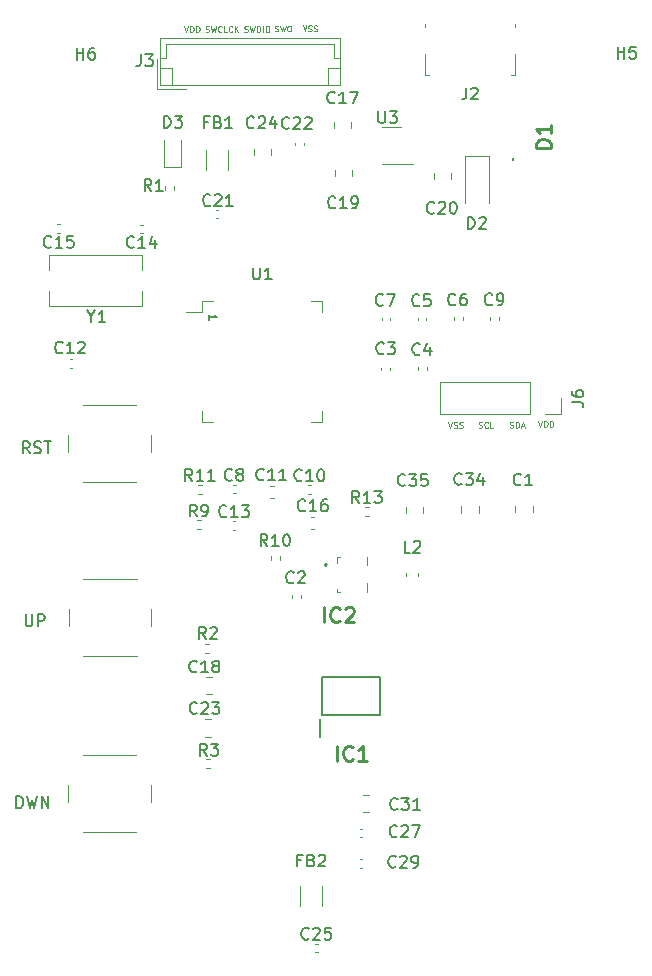
<source format=gbr>
%TF.GenerationSoftware,KiCad,Pcbnew,7.0.1*%
%TF.CreationDate,2023-05-25T09:43:19-05:00*%
%TF.ProjectId,power_supply,706f7765-725f-4737-9570-706c792e6b69,rev?*%
%TF.SameCoordinates,Original*%
%TF.FileFunction,Legend,Top*%
%TF.FilePolarity,Positive*%
%FSLAX46Y46*%
G04 Gerber Fmt 4.6, Leading zero omitted, Abs format (unit mm)*
G04 Created by KiCad (PCBNEW 7.0.1) date 2023-05-25 09:43:19*
%MOMM*%
%LPD*%
G01*
G04 APERTURE LIST*
%ADD10C,0.125000*%
%ADD11C,0.175000*%
%ADD12C,0.150000*%
%ADD13C,0.254000*%
%ADD14C,0.120000*%
%ADD15C,0.200000*%
%ADD16C,0.100000*%
G04 APERTURE END LIST*
D10*
X194125238Y-32475000D02*
X194196666Y-32498809D01*
X194196666Y-32498809D02*
X194315714Y-32498809D01*
X194315714Y-32498809D02*
X194363333Y-32475000D01*
X194363333Y-32475000D02*
X194387142Y-32451190D01*
X194387142Y-32451190D02*
X194410952Y-32403571D01*
X194410952Y-32403571D02*
X194410952Y-32355952D01*
X194410952Y-32355952D02*
X194387142Y-32308333D01*
X194387142Y-32308333D02*
X194363333Y-32284523D01*
X194363333Y-32284523D02*
X194315714Y-32260714D01*
X194315714Y-32260714D02*
X194220476Y-32236904D01*
X194220476Y-32236904D02*
X194172857Y-32213095D01*
X194172857Y-32213095D02*
X194149047Y-32189285D01*
X194149047Y-32189285D02*
X194125238Y-32141666D01*
X194125238Y-32141666D02*
X194125238Y-32094047D01*
X194125238Y-32094047D02*
X194149047Y-32046428D01*
X194149047Y-32046428D02*
X194172857Y-32022619D01*
X194172857Y-32022619D02*
X194220476Y-31998809D01*
X194220476Y-31998809D02*
X194339523Y-31998809D01*
X194339523Y-31998809D02*
X194410952Y-32022619D01*
X194577618Y-31998809D02*
X194696666Y-32498809D01*
X194696666Y-32498809D02*
X194791904Y-32141666D01*
X194791904Y-32141666D02*
X194887142Y-32498809D01*
X194887142Y-32498809D02*
X195006190Y-31998809D01*
X195482380Y-32451190D02*
X195458571Y-32475000D01*
X195458571Y-32475000D02*
X195387142Y-32498809D01*
X195387142Y-32498809D02*
X195339523Y-32498809D01*
X195339523Y-32498809D02*
X195268095Y-32475000D01*
X195268095Y-32475000D02*
X195220476Y-32427380D01*
X195220476Y-32427380D02*
X195196666Y-32379761D01*
X195196666Y-32379761D02*
X195172857Y-32284523D01*
X195172857Y-32284523D02*
X195172857Y-32213095D01*
X195172857Y-32213095D02*
X195196666Y-32117857D01*
X195196666Y-32117857D02*
X195220476Y-32070238D01*
X195220476Y-32070238D02*
X195268095Y-32022619D01*
X195268095Y-32022619D02*
X195339523Y-31998809D01*
X195339523Y-31998809D02*
X195387142Y-31998809D01*
X195387142Y-31998809D02*
X195458571Y-32022619D01*
X195458571Y-32022619D02*
X195482380Y-32046428D01*
X195934761Y-32498809D02*
X195696666Y-32498809D01*
X195696666Y-32498809D02*
X195696666Y-31998809D01*
X196387142Y-32451190D02*
X196363333Y-32475000D01*
X196363333Y-32475000D02*
X196291904Y-32498809D01*
X196291904Y-32498809D02*
X196244285Y-32498809D01*
X196244285Y-32498809D02*
X196172857Y-32475000D01*
X196172857Y-32475000D02*
X196125238Y-32427380D01*
X196125238Y-32427380D02*
X196101428Y-32379761D01*
X196101428Y-32379761D02*
X196077619Y-32284523D01*
X196077619Y-32284523D02*
X196077619Y-32213095D01*
X196077619Y-32213095D02*
X196101428Y-32117857D01*
X196101428Y-32117857D02*
X196125238Y-32070238D01*
X196125238Y-32070238D02*
X196172857Y-32022619D01*
X196172857Y-32022619D02*
X196244285Y-31998809D01*
X196244285Y-31998809D02*
X196291904Y-31998809D01*
X196291904Y-31998809D02*
X196363333Y-32022619D01*
X196363333Y-32022619D02*
X196387142Y-32046428D01*
X196601428Y-32498809D02*
X196601428Y-31998809D01*
X196887142Y-32498809D02*
X196672857Y-32213095D01*
X196887142Y-31998809D02*
X196601428Y-32284523D01*
X200005238Y-32435000D02*
X200076666Y-32458809D01*
X200076666Y-32458809D02*
X200195714Y-32458809D01*
X200195714Y-32458809D02*
X200243333Y-32435000D01*
X200243333Y-32435000D02*
X200267142Y-32411190D01*
X200267142Y-32411190D02*
X200290952Y-32363571D01*
X200290952Y-32363571D02*
X200290952Y-32315952D01*
X200290952Y-32315952D02*
X200267142Y-32268333D01*
X200267142Y-32268333D02*
X200243333Y-32244523D01*
X200243333Y-32244523D02*
X200195714Y-32220714D01*
X200195714Y-32220714D02*
X200100476Y-32196904D01*
X200100476Y-32196904D02*
X200052857Y-32173095D01*
X200052857Y-32173095D02*
X200029047Y-32149285D01*
X200029047Y-32149285D02*
X200005238Y-32101666D01*
X200005238Y-32101666D02*
X200005238Y-32054047D01*
X200005238Y-32054047D02*
X200029047Y-32006428D01*
X200029047Y-32006428D02*
X200052857Y-31982619D01*
X200052857Y-31982619D02*
X200100476Y-31958809D01*
X200100476Y-31958809D02*
X200219523Y-31958809D01*
X200219523Y-31958809D02*
X200290952Y-31982619D01*
X200457618Y-31958809D02*
X200576666Y-32458809D01*
X200576666Y-32458809D02*
X200671904Y-32101666D01*
X200671904Y-32101666D02*
X200767142Y-32458809D01*
X200767142Y-32458809D02*
X200886190Y-31958809D01*
X201171904Y-31958809D02*
X201267142Y-31958809D01*
X201267142Y-31958809D02*
X201314761Y-31982619D01*
X201314761Y-31982619D02*
X201362380Y-32030238D01*
X201362380Y-32030238D02*
X201386190Y-32125476D01*
X201386190Y-32125476D02*
X201386190Y-32292142D01*
X201386190Y-32292142D02*
X201362380Y-32387380D01*
X201362380Y-32387380D02*
X201314761Y-32435000D01*
X201314761Y-32435000D02*
X201267142Y-32458809D01*
X201267142Y-32458809D02*
X201171904Y-32458809D01*
X201171904Y-32458809D02*
X201124285Y-32435000D01*
X201124285Y-32435000D02*
X201076666Y-32387380D01*
X201076666Y-32387380D02*
X201052857Y-32292142D01*
X201052857Y-32292142D02*
X201052857Y-32125476D01*
X201052857Y-32125476D02*
X201076666Y-32030238D01*
X201076666Y-32030238D02*
X201124285Y-31982619D01*
X201124285Y-31982619D02*
X201171904Y-31958809D01*
X202327619Y-31948809D02*
X202494285Y-32448809D01*
X202494285Y-32448809D02*
X202660952Y-31948809D01*
X202803809Y-32425000D02*
X202875237Y-32448809D01*
X202875237Y-32448809D02*
X202994285Y-32448809D01*
X202994285Y-32448809D02*
X203041904Y-32425000D01*
X203041904Y-32425000D02*
X203065713Y-32401190D01*
X203065713Y-32401190D02*
X203089523Y-32353571D01*
X203089523Y-32353571D02*
X203089523Y-32305952D01*
X203089523Y-32305952D02*
X203065713Y-32258333D01*
X203065713Y-32258333D02*
X203041904Y-32234523D01*
X203041904Y-32234523D02*
X202994285Y-32210714D01*
X202994285Y-32210714D02*
X202899047Y-32186904D01*
X202899047Y-32186904D02*
X202851428Y-32163095D01*
X202851428Y-32163095D02*
X202827618Y-32139285D01*
X202827618Y-32139285D02*
X202803809Y-32091666D01*
X202803809Y-32091666D02*
X202803809Y-32044047D01*
X202803809Y-32044047D02*
X202827618Y-31996428D01*
X202827618Y-31996428D02*
X202851428Y-31972619D01*
X202851428Y-31972619D02*
X202899047Y-31948809D01*
X202899047Y-31948809D02*
X203018094Y-31948809D01*
X203018094Y-31948809D02*
X203089523Y-31972619D01*
X203279999Y-32425000D02*
X203351427Y-32448809D01*
X203351427Y-32448809D02*
X203470475Y-32448809D01*
X203470475Y-32448809D02*
X203518094Y-32425000D01*
X203518094Y-32425000D02*
X203541903Y-32401190D01*
X203541903Y-32401190D02*
X203565713Y-32353571D01*
X203565713Y-32353571D02*
X203565713Y-32305952D01*
X203565713Y-32305952D02*
X203541903Y-32258333D01*
X203541903Y-32258333D02*
X203518094Y-32234523D01*
X203518094Y-32234523D02*
X203470475Y-32210714D01*
X203470475Y-32210714D02*
X203375237Y-32186904D01*
X203375237Y-32186904D02*
X203327618Y-32163095D01*
X203327618Y-32163095D02*
X203303808Y-32139285D01*
X203303808Y-32139285D02*
X203279999Y-32091666D01*
X203279999Y-32091666D02*
X203279999Y-32044047D01*
X203279999Y-32044047D02*
X203303808Y-31996428D01*
X203303808Y-31996428D02*
X203327618Y-31972619D01*
X203327618Y-31972619D02*
X203375237Y-31948809D01*
X203375237Y-31948809D02*
X203494284Y-31948809D01*
X203494284Y-31948809D02*
X203565713Y-31972619D01*
X197405238Y-32475000D02*
X197476666Y-32498809D01*
X197476666Y-32498809D02*
X197595714Y-32498809D01*
X197595714Y-32498809D02*
X197643333Y-32475000D01*
X197643333Y-32475000D02*
X197667142Y-32451190D01*
X197667142Y-32451190D02*
X197690952Y-32403571D01*
X197690952Y-32403571D02*
X197690952Y-32355952D01*
X197690952Y-32355952D02*
X197667142Y-32308333D01*
X197667142Y-32308333D02*
X197643333Y-32284523D01*
X197643333Y-32284523D02*
X197595714Y-32260714D01*
X197595714Y-32260714D02*
X197500476Y-32236904D01*
X197500476Y-32236904D02*
X197452857Y-32213095D01*
X197452857Y-32213095D02*
X197429047Y-32189285D01*
X197429047Y-32189285D02*
X197405238Y-32141666D01*
X197405238Y-32141666D02*
X197405238Y-32094047D01*
X197405238Y-32094047D02*
X197429047Y-32046428D01*
X197429047Y-32046428D02*
X197452857Y-32022619D01*
X197452857Y-32022619D02*
X197500476Y-31998809D01*
X197500476Y-31998809D02*
X197619523Y-31998809D01*
X197619523Y-31998809D02*
X197690952Y-32022619D01*
X197857618Y-31998809D02*
X197976666Y-32498809D01*
X197976666Y-32498809D02*
X198071904Y-32141666D01*
X198071904Y-32141666D02*
X198167142Y-32498809D01*
X198167142Y-32498809D02*
X198286190Y-31998809D01*
X198476666Y-32498809D02*
X198476666Y-31998809D01*
X198476666Y-31998809D02*
X198595714Y-31998809D01*
X198595714Y-31998809D02*
X198667142Y-32022619D01*
X198667142Y-32022619D02*
X198714761Y-32070238D01*
X198714761Y-32070238D02*
X198738571Y-32117857D01*
X198738571Y-32117857D02*
X198762380Y-32213095D01*
X198762380Y-32213095D02*
X198762380Y-32284523D01*
X198762380Y-32284523D02*
X198738571Y-32379761D01*
X198738571Y-32379761D02*
X198714761Y-32427380D01*
X198714761Y-32427380D02*
X198667142Y-32475000D01*
X198667142Y-32475000D02*
X198595714Y-32498809D01*
X198595714Y-32498809D02*
X198476666Y-32498809D01*
X198976666Y-32498809D02*
X198976666Y-31998809D01*
X199309999Y-31998809D02*
X199405237Y-31998809D01*
X199405237Y-31998809D02*
X199452856Y-32022619D01*
X199452856Y-32022619D02*
X199500475Y-32070238D01*
X199500475Y-32070238D02*
X199524285Y-32165476D01*
X199524285Y-32165476D02*
X199524285Y-32332142D01*
X199524285Y-32332142D02*
X199500475Y-32427380D01*
X199500475Y-32427380D02*
X199452856Y-32475000D01*
X199452856Y-32475000D02*
X199405237Y-32498809D01*
X199405237Y-32498809D02*
X199309999Y-32498809D01*
X199309999Y-32498809D02*
X199262380Y-32475000D01*
X199262380Y-32475000D02*
X199214761Y-32427380D01*
X199214761Y-32427380D02*
X199190952Y-32332142D01*
X199190952Y-32332142D02*
X199190952Y-32165476D01*
X199190952Y-32165476D02*
X199214761Y-32070238D01*
X199214761Y-32070238D02*
X199262380Y-32022619D01*
X199262380Y-32022619D02*
X199309999Y-31998809D01*
D11*
X194385666Y-56873333D02*
X194385666Y-56473333D01*
X194385666Y-56673333D02*
X195085666Y-56673333D01*
X195085666Y-56673333D02*
X194985666Y-56606666D01*
X194985666Y-56606666D02*
X194919000Y-56540000D01*
X194919000Y-56540000D02*
X194885666Y-56473333D01*
D10*
X219875238Y-65975000D02*
X219946666Y-65998809D01*
X219946666Y-65998809D02*
X220065714Y-65998809D01*
X220065714Y-65998809D02*
X220113333Y-65975000D01*
X220113333Y-65975000D02*
X220137142Y-65951190D01*
X220137142Y-65951190D02*
X220160952Y-65903571D01*
X220160952Y-65903571D02*
X220160952Y-65855952D01*
X220160952Y-65855952D02*
X220137142Y-65808333D01*
X220137142Y-65808333D02*
X220113333Y-65784523D01*
X220113333Y-65784523D02*
X220065714Y-65760714D01*
X220065714Y-65760714D02*
X219970476Y-65736904D01*
X219970476Y-65736904D02*
X219922857Y-65713095D01*
X219922857Y-65713095D02*
X219899047Y-65689285D01*
X219899047Y-65689285D02*
X219875238Y-65641666D01*
X219875238Y-65641666D02*
X219875238Y-65594047D01*
X219875238Y-65594047D02*
X219899047Y-65546428D01*
X219899047Y-65546428D02*
X219922857Y-65522619D01*
X219922857Y-65522619D02*
X219970476Y-65498809D01*
X219970476Y-65498809D02*
X220089523Y-65498809D01*
X220089523Y-65498809D02*
X220160952Y-65522619D01*
X220375237Y-65998809D02*
X220375237Y-65498809D01*
X220375237Y-65498809D02*
X220494285Y-65498809D01*
X220494285Y-65498809D02*
X220565713Y-65522619D01*
X220565713Y-65522619D02*
X220613332Y-65570238D01*
X220613332Y-65570238D02*
X220637142Y-65617857D01*
X220637142Y-65617857D02*
X220660951Y-65713095D01*
X220660951Y-65713095D02*
X220660951Y-65784523D01*
X220660951Y-65784523D02*
X220637142Y-65879761D01*
X220637142Y-65879761D02*
X220613332Y-65927380D01*
X220613332Y-65927380D02*
X220565713Y-65975000D01*
X220565713Y-65975000D02*
X220494285Y-65998809D01*
X220494285Y-65998809D02*
X220375237Y-65998809D01*
X220851428Y-65855952D02*
X221089523Y-65855952D01*
X220803809Y-65998809D02*
X220970475Y-65498809D01*
X220970475Y-65498809D02*
X221137142Y-65998809D01*
X214657619Y-65518809D02*
X214824285Y-66018809D01*
X214824285Y-66018809D02*
X214990952Y-65518809D01*
X215133809Y-65995000D02*
X215205237Y-66018809D01*
X215205237Y-66018809D02*
X215324285Y-66018809D01*
X215324285Y-66018809D02*
X215371904Y-65995000D01*
X215371904Y-65995000D02*
X215395713Y-65971190D01*
X215395713Y-65971190D02*
X215419523Y-65923571D01*
X215419523Y-65923571D02*
X215419523Y-65875952D01*
X215419523Y-65875952D02*
X215395713Y-65828333D01*
X215395713Y-65828333D02*
X215371904Y-65804523D01*
X215371904Y-65804523D02*
X215324285Y-65780714D01*
X215324285Y-65780714D02*
X215229047Y-65756904D01*
X215229047Y-65756904D02*
X215181428Y-65733095D01*
X215181428Y-65733095D02*
X215157618Y-65709285D01*
X215157618Y-65709285D02*
X215133809Y-65661666D01*
X215133809Y-65661666D02*
X215133809Y-65614047D01*
X215133809Y-65614047D02*
X215157618Y-65566428D01*
X215157618Y-65566428D02*
X215181428Y-65542619D01*
X215181428Y-65542619D02*
X215229047Y-65518809D01*
X215229047Y-65518809D02*
X215348094Y-65518809D01*
X215348094Y-65518809D02*
X215419523Y-65542619D01*
X215609999Y-65995000D02*
X215681427Y-66018809D01*
X215681427Y-66018809D02*
X215800475Y-66018809D01*
X215800475Y-66018809D02*
X215848094Y-65995000D01*
X215848094Y-65995000D02*
X215871903Y-65971190D01*
X215871903Y-65971190D02*
X215895713Y-65923571D01*
X215895713Y-65923571D02*
X215895713Y-65875952D01*
X215895713Y-65875952D02*
X215871903Y-65828333D01*
X215871903Y-65828333D02*
X215848094Y-65804523D01*
X215848094Y-65804523D02*
X215800475Y-65780714D01*
X215800475Y-65780714D02*
X215705237Y-65756904D01*
X215705237Y-65756904D02*
X215657618Y-65733095D01*
X215657618Y-65733095D02*
X215633808Y-65709285D01*
X215633808Y-65709285D02*
X215609999Y-65661666D01*
X215609999Y-65661666D02*
X215609999Y-65614047D01*
X215609999Y-65614047D02*
X215633808Y-65566428D01*
X215633808Y-65566428D02*
X215657618Y-65542619D01*
X215657618Y-65542619D02*
X215705237Y-65518809D01*
X215705237Y-65518809D02*
X215824284Y-65518809D01*
X215824284Y-65518809D02*
X215895713Y-65542619D01*
X192317619Y-31998809D02*
X192484285Y-32498809D01*
X192484285Y-32498809D02*
X192650952Y-31998809D01*
X192817618Y-32498809D02*
X192817618Y-31998809D01*
X192817618Y-31998809D02*
X192936666Y-31998809D01*
X192936666Y-31998809D02*
X193008094Y-32022619D01*
X193008094Y-32022619D02*
X193055713Y-32070238D01*
X193055713Y-32070238D02*
X193079523Y-32117857D01*
X193079523Y-32117857D02*
X193103332Y-32213095D01*
X193103332Y-32213095D02*
X193103332Y-32284523D01*
X193103332Y-32284523D02*
X193079523Y-32379761D01*
X193079523Y-32379761D02*
X193055713Y-32427380D01*
X193055713Y-32427380D02*
X193008094Y-32475000D01*
X193008094Y-32475000D02*
X192936666Y-32498809D01*
X192936666Y-32498809D02*
X192817618Y-32498809D01*
X193317618Y-32498809D02*
X193317618Y-31998809D01*
X193317618Y-31998809D02*
X193436666Y-31998809D01*
X193436666Y-31998809D02*
X193508094Y-32022619D01*
X193508094Y-32022619D02*
X193555713Y-32070238D01*
X193555713Y-32070238D02*
X193579523Y-32117857D01*
X193579523Y-32117857D02*
X193603332Y-32213095D01*
X193603332Y-32213095D02*
X193603332Y-32284523D01*
X193603332Y-32284523D02*
X193579523Y-32379761D01*
X193579523Y-32379761D02*
X193555713Y-32427380D01*
X193555713Y-32427380D02*
X193508094Y-32475000D01*
X193508094Y-32475000D02*
X193436666Y-32498809D01*
X193436666Y-32498809D02*
X193317618Y-32498809D01*
X217235238Y-65995000D02*
X217306666Y-66018809D01*
X217306666Y-66018809D02*
X217425714Y-66018809D01*
X217425714Y-66018809D02*
X217473333Y-65995000D01*
X217473333Y-65995000D02*
X217497142Y-65971190D01*
X217497142Y-65971190D02*
X217520952Y-65923571D01*
X217520952Y-65923571D02*
X217520952Y-65875952D01*
X217520952Y-65875952D02*
X217497142Y-65828333D01*
X217497142Y-65828333D02*
X217473333Y-65804523D01*
X217473333Y-65804523D02*
X217425714Y-65780714D01*
X217425714Y-65780714D02*
X217330476Y-65756904D01*
X217330476Y-65756904D02*
X217282857Y-65733095D01*
X217282857Y-65733095D02*
X217259047Y-65709285D01*
X217259047Y-65709285D02*
X217235238Y-65661666D01*
X217235238Y-65661666D02*
X217235238Y-65614047D01*
X217235238Y-65614047D02*
X217259047Y-65566428D01*
X217259047Y-65566428D02*
X217282857Y-65542619D01*
X217282857Y-65542619D02*
X217330476Y-65518809D01*
X217330476Y-65518809D02*
X217449523Y-65518809D01*
X217449523Y-65518809D02*
X217520952Y-65542619D01*
X218020951Y-65971190D02*
X217997142Y-65995000D01*
X217997142Y-65995000D02*
X217925713Y-66018809D01*
X217925713Y-66018809D02*
X217878094Y-66018809D01*
X217878094Y-66018809D02*
X217806666Y-65995000D01*
X217806666Y-65995000D02*
X217759047Y-65947380D01*
X217759047Y-65947380D02*
X217735237Y-65899761D01*
X217735237Y-65899761D02*
X217711428Y-65804523D01*
X217711428Y-65804523D02*
X217711428Y-65733095D01*
X217711428Y-65733095D02*
X217735237Y-65637857D01*
X217735237Y-65637857D02*
X217759047Y-65590238D01*
X217759047Y-65590238D02*
X217806666Y-65542619D01*
X217806666Y-65542619D02*
X217878094Y-65518809D01*
X217878094Y-65518809D02*
X217925713Y-65518809D01*
X217925713Y-65518809D02*
X217997142Y-65542619D01*
X217997142Y-65542619D02*
X218020951Y-65566428D01*
X218473332Y-66018809D02*
X218235237Y-66018809D01*
X218235237Y-66018809D02*
X218235237Y-65518809D01*
X222287619Y-65428809D02*
X222454285Y-65928809D01*
X222454285Y-65928809D02*
X222620952Y-65428809D01*
X222787618Y-65928809D02*
X222787618Y-65428809D01*
X222787618Y-65428809D02*
X222906666Y-65428809D01*
X222906666Y-65428809D02*
X222978094Y-65452619D01*
X222978094Y-65452619D02*
X223025713Y-65500238D01*
X223025713Y-65500238D02*
X223049523Y-65547857D01*
X223049523Y-65547857D02*
X223073332Y-65643095D01*
X223073332Y-65643095D02*
X223073332Y-65714523D01*
X223073332Y-65714523D02*
X223049523Y-65809761D01*
X223049523Y-65809761D02*
X223025713Y-65857380D01*
X223025713Y-65857380D02*
X222978094Y-65905000D01*
X222978094Y-65905000D02*
X222906666Y-65928809D01*
X222906666Y-65928809D02*
X222787618Y-65928809D01*
X223287618Y-65928809D02*
X223287618Y-65428809D01*
X223287618Y-65428809D02*
X223406666Y-65428809D01*
X223406666Y-65428809D02*
X223478094Y-65452619D01*
X223478094Y-65452619D02*
X223525713Y-65500238D01*
X223525713Y-65500238D02*
X223549523Y-65547857D01*
X223549523Y-65547857D02*
X223573332Y-65643095D01*
X223573332Y-65643095D02*
X223573332Y-65714523D01*
X223573332Y-65714523D02*
X223549523Y-65809761D01*
X223549523Y-65809761D02*
X223525713Y-65857380D01*
X223525713Y-65857380D02*
X223478094Y-65905000D01*
X223478094Y-65905000D02*
X223406666Y-65928809D01*
X223406666Y-65928809D02*
X223287618Y-65928809D01*
D12*
%TO.C,C5*%
X212213333Y-55617380D02*
X212165714Y-55665000D01*
X212165714Y-55665000D02*
X212022857Y-55712619D01*
X212022857Y-55712619D02*
X211927619Y-55712619D01*
X211927619Y-55712619D02*
X211784762Y-55665000D01*
X211784762Y-55665000D02*
X211689524Y-55569761D01*
X211689524Y-55569761D02*
X211641905Y-55474523D01*
X211641905Y-55474523D02*
X211594286Y-55284047D01*
X211594286Y-55284047D02*
X211594286Y-55141190D01*
X211594286Y-55141190D02*
X211641905Y-54950714D01*
X211641905Y-54950714D02*
X211689524Y-54855476D01*
X211689524Y-54855476D02*
X211784762Y-54760238D01*
X211784762Y-54760238D02*
X211927619Y-54712619D01*
X211927619Y-54712619D02*
X212022857Y-54712619D01*
X212022857Y-54712619D02*
X212165714Y-54760238D01*
X212165714Y-54760238D02*
X212213333Y-54807857D01*
X213118095Y-54712619D02*
X212641905Y-54712619D01*
X212641905Y-54712619D02*
X212594286Y-55188809D01*
X212594286Y-55188809D02*
X212641905Y-55141190D01*
X212641905Y-55141190D02*
X212737143Y-55093571D01*
X212737143Y-55093571D02*
X212975238Y-55093571D01*
X212975238Y-55093571D02*
X213070476Y-55141190D01*
X213070476Y-55141190D02*
X213118095Y-55188809D01*
X213118095Y-55188809D02*
X213165714Y-55284047D01*
X213165714Y-55284047D02*
X213165714Y-55522142D01*
X213165714Y-55522142D02*
X213118095Y-55617380D01*
X213118095Y-55617380D02*
X213070476Y-55665000D01*
X213070476Y-55665000D02*
X212975238Y-55712619D01*
X212975238Y-55712619D02*
X212737143Y-55712619D01*
X212737143Y-55712619D02*
X212641905Y-55665000D01*
X212641905Y-55665000D02*
X212594286Y-55617380D01*
%TO.C,J3*%
X188636666Y-34402619D02*
X188636666Y-35116904D01*
X188636666Y-35116904D02*
X188589047Y-35259761D01*
X188589047Y-35259761D02*
X188493809Y-35355000D01*
X188493809Y-35355000D02*
X188350952Y-35402619D01*
X188350952Y-35402619D02*
X188255714Y-35402619D01*
X189017619Y-34402619D02*
X189636666Y-34402619D01*
X189636666Y-34402619D02*
X189303333Y-34783571D01*
X189303333Y-34783571D02*
X189446190Y-34783571D01*
X189446190Y-34783571D02*
X189541428Y-34831190D01*
X189541428Y-34831190D02*
X189589047Y-34878809D01*
X189589047Y-34878809D02*
X189636666Y-34974047D01*
X189636666Y-34974047D02*
X189636666Y-35212142D01*
X189636666Y-35212142D02*
X189589047Y-35307380D01*
X189589047Y-35307380D02*
X189541428Y-35355000D01*
X189541428Y-35355000D02*
X189446190Y-35402619D01*
X189446190Y-35402619D02*
X189160476Y-35402619D01*
X189160476Y-35402619D02*
X189065238Y-35355000D01*
X189065238Y-35355000D02*
X189017619Y-35307380D01*
%TO.C,C18*%
X193367142Y-86627380D02*
X193319523Y-86675000D01*
X193319523Y-86675000D02*
X193176666Y-86722619D01*
X193176666Y-86722619D02*
X193081428Y-86722619D01*
X193081428Y-86722619D02*
X192938571Y-86675000D01*
X192938571Y-86675000D02*
X192843333Y-86579761D01*
X192843333Y-86579761D02*
X192795714Y-86484523D01*
X192795714Y-86484523D02*
X192748095Y-86294047D01*
X192748095Y-86294047D02*
X192748095Y-86151190D01*
X192748095Y-86151190D02*
X192795714Y-85960714D01*
X192795714Y-85960714D02*
X192843333Y-85865476D01*
X192843333Y-85865476D02*
X192938571Y-85770238D01*
X192938571Y-85770238D02*
X193081428Y-85722619D01*
X193081428Y-85722619D02*
X193176666Y-85722619D01*
X193176666Y-85722619D02*
X193319523Y-85770238D01*
X193319523Y-85770238D02*
X193367142Y-85817857D01*
X194319523Y-86722619D02*
X193748095Y-86722619D01*
X194033809Y-86722619D02*
X194033809Y-85722619D01*
X194033809Y-85722619D02*
X193938571Y-85865476D01*
X193938571Y-85865476D02*
X193843333Y-85960714D01*
X193843333Y-85960714D02*
X193748095Y-86008333D01*
X194890952Y-86151190D02*
X194795714Y-86103571D01*
X194795714Y-86103571D02*
X194748095Y-86055952D01*
X194748095Y-86055952D02*
X194700476Y-85960714D01*
X194700476Y-85960714D02*
X194700476Y-85913095D01*
X194700476Y-85913095D02*
X194748095Y-85817857D01*
X194748095Y-85817857D02*
X194795714Y-85770238D01*
X194795714Y-85770238D02*
X194890952Y-85722619D01*
X194890952Y-85722619D02*
X195081428Y-85722619D01*
X195081428Y-85722619D02*
X195176666Y-85770238D01*
X195176666Y-85770238D02*
X195224285Y-85817857D01*
X195224285Y-85817857D02*
X195271904Y-85913095D01*
X195271904Y-85913095D02*
X195271904Y-85960714D01*
X195271904Y-85960714D02*
X195224285Y-86055952D01*
X195224285Y-86055952D02*
X195176666Y-86103571D01*
X195176666Y-86103571D02*
X195081428Y-86151190D01*
X195081428Y-86151190D02*
X194890952Y-86151190D01*
X194890952Y-86151190D02*
X194795714Y-86198809D01*
X194795714Y-86198809D02*
X194748095Y-86246428D01*
X194748095Y-86246428D02*
X194700476Y-86341666D01*
X194700476Y-86341666D02*
X194700476Y-86532142D01*
X194700476Y-86532142D02*
X194748095Y-86627380D01*
X194748095Y-86627380D02*
X194795714Y-86675000D01*
X194795714Y-86675000D02*
X194890952Y-86722619D01*
X194890952Y-86722619D02*
X195081428Y-86722619D01*
X195081428Y-86722619D02*
X195176666Y-86675000D01*
X195176666Y-86675000D02*
X195224285Y-86627380D01*
X195224285Y-86627380D02*
X195271904Y-86532142D01*
X195271904Y-86532142D02*
X195271904Y-86341666D01*
X195271904Y-86341666D02*
X195224285Y-86246428D01*
X195224285Y-86246428D02*
X195176666Y-86198809D01*
X195176666Y-86198809D02*
X195081428Y-86151190D01*
%TO.C,C21*%
X194517142Y-47147380D02*
X194469523Y-47195000D01*
X194469523Y-47195000D02*
X194326666Y-47242619D01*
X194326666Y-47242619D02*
X194231428Y-47242619D01*
X194231428Y-47242619D02*
X194088571Y-47195000D01*
X194088571Y-47195000D02*
X193993333Y-47099761D01*
X193993333Y-47099761D02*
X193945714Y-47004523D01*
X193945714Y-47004523D02*
X193898095Y-46814047D01*
X193898095Y-46814047D02*
X193898095Y-46671190D01*
X193898095Y-46671190D02*
X193945714Y-46480714D01*
X193945714Y-46480714D02*
X193993333Y-46385476D01*
X193993333Y-46385476D02*
X194088571Y-46290238D01*
X194088571Y-46290238D02*
X194231428Y-46242619D01*
X194231428Y-46242619D02*
X194326666Y-46242619D01*
X194326666Y-46242619D02*
X194469523Y-46290238D01*
X194469523Y-46290238D02*
X194517142Y-46337857D01*
X194898095Y-46337857D02*
X194945714Y-46290238D01*
X194945714Y-46290238D02*
X195040952Y-46242619D01*
X195040952Y-46242619D02*
X195279047Y-46242619D01*
X195279047Y-46242619D02*
X195374285Y-46290238D01*
X195374285Y-46290238D02*
X195421904Y-46337857D01*
X195421904Y-46337857D02*
X195469523Y-46433095D01*
X195469523Y-46433095D02*
X195469523Y-46528333D01*
X195469523Y-46528333D02*
X195421904Y-46671190D01*
X195421904Y-46671190D02*
X194850476Y-47242619D01*
X194850476Y-47242619D02*
X195469523Y-47242619D01*
X196421904Y-47242619D02*
X195850476Y-47242619D01*
X196136190Y-47242619D02*
X196136190Y-46242619D01*
X196136190Y-46242619D02*
X196040952Y-46385476D01*
X196040952Y-46385476D02*
X195945714Y-46480714D01*
X195945714Y-46480714D02*
X195850476Y-46528333D01*
%TO.C,C16*%
X202547142Y-72987380D02*
X202499523Y-73035000D01*
X202499523Y-73035000D02*
X202356666Y-73082619D01*
X202356666Y-73082619D02*
X202261428Y-73082619D01*
X202261428Y-73082619D02*
X202118571Y-73035000D01*
X202118571Y-73035000D02*
X202023333Y-72939761D01*
X202023333Y-72939761D02*
X201975714Y-72844523D01*
X201975714Y-72844523D02*
X201928095Y-72654047D01*
X201928095Y-72654047D02*
X201928095Y-72511190D01*
X201928095Y-72511190D02*
X201975714Y-72320714D01*
X201975714Y-72320714D02*
X202023333Y-72225476D01*
X202023333Y-72225476D02*
X202118571Y-72130238D01*
X202118571Y-72130238D02*
X202261428Y-72082619D01*
X202261428Y-72082619D02*
X202356666Y-72082619D01*
X202356666Y-72082619D02*
X202499523Y-72130238D01*
X202499523Y-72130238D02*
X202547142Y-72177857D01*
X203499523Y-73082619D02*
X202928095Y-73082619D01*
X203213809Y-73082619D02*
X203213809Y-72082619D01*
X203213809Y-72082619D02*
X203118571Y-72225476D01*
X203118571Y-72225476D02*
X203023333Y-72320714D01*
X203023333Y-72320714D02*
X202928095Y-72368333D01*
X204356666Y-72082619D02*
X204166190Y-72082619D01*
X204166190Y-72082619D02*
X204070952Y-72130238D01*
X204070952Y-72130238D02*
X204023333Y-72177857D01*
X204023333Y-72177857D02*
X203928095Y-72320714D01*
X203928095Y-72320714D02*
X203880476Y-72511190D01*
X203880476Y-72511190D02*
X203880476Y-72892142D01*
X203880476Y-72892142D02*
X203928095Y-72987380D01*
X203928095Y-72987380D02*
X203975714Y-73035000D01*
X203975714Y-73035000D02*
X204070952Y-73082619D01*
X204070952Y-73082619D02*
X204261428Y-73082619D01*
X204261428Y-73082619D02*
X204356666Y-73035000D01*
X204356666Y-73035000D02*
X204404285Y-72987380D01*
X204404285Y-72987380D02*
X204451904Y-72892142D01*
X204451904Y-72892142D02*
X204451904Y-72654047D01*
X204451904Y-72654047D02*
X204404285Y-72558809D01*
X204404285Y-72558809D02*
X204356666Y-72511190D01*
X204356666Y-72511190D02*
X204261428Y-72463571D01*
X204261428Y-72463571D02*
X204070952Y-72463571D01*
X204070952Y-72463571D02*
X203975714Y-72511190D01*
X203975714Y-72511190D02*
X203928095Y-72558809D01*
X203928095Y-72558809D02*
X203880476Y-72654047D01*
%TO.C,C10*%
X202257142Y-70437380D02*
X202209523Y-70485000D01*
X202209523Y-70485000D02*
X202066666Y-70532619D01*
X202066666Y-70532619D02*
X201971428Y-70532619D01*
X201971428Y-70532619D02*
X201828571Y-70485000D01*
X201828571Y-70485000D02*
X201733333Y-70389761D01*
X201733333Y-70389761D02*
X201685714Y-70294523D01*
X201685714Y-70294523D02*
X201638095Y-70104047D01*
X201638095Y-70104047D02*
X201638095Y-69961190D01*
X201638095Y-69961190D02*
X201685714Y-69770714D01*
X201685714Y-69770714D02*
X201733333Y-69675476D01*
X201733333Y-69675476D02*
X201828571Y-69580238D01*
X201828571Y-69580238D02*
X201971428Y-69532619D01*
X201971428Y-69532619D02*
X202066666Y-69532619D01*
X202066666Y-69532619D02*
X202209523Y-69580238D01*
X202209523Y-69580238D02*
X202257142Y-69627857D01*
X203209523Y-70532619D02*
X202638095Y-70532619D01*
X202923809Y-70532619D02*
X202923809Y-69532619D01*
X202923809Y-69532619D02*
X202828571Y-69675476D01*
X202828571Y-69675476D02*
X202733333Y-69770714D01*
X202733333Y-69770714D02*
X202638095Y-69818333D01*
X203828571Y-69532619D02*
X203923809Y-69532619D01*
X203923809Y-69532619D02*
X204019047Y-69580238D01*
X204019047Y-69580238D02*
X204066666Y-69627857D01*
X204066666Y-69627857D02*
X204114285Y-69723095D01*
X204114285Y-69723095D02*
X204161904Y-69913571D01*
X204161904Y-69913571D02*
X204161904Y-70151666D01*
X204161904Y-70151666D02*
X204114285Y-70342142D01*
X204114285Y-70342142D02*
X204066666Y-70437380D01*
X204066666Y-70437380D02*
X204019047Y-70485000D01*
X204019047Y-70485000D02*
X203923809Y-70532619D01*
X203923809Y-70532619D02*
X203828571Y-70532619D01*
X203828571Y-70532619D02*
X203733333Y-70485000D01*
X203733333Y-70485000D02*
X203685714Y-70437380D01*
X203685714Y-70437380D02*
X203638095Y-70342142D01*
X203638095Y-70342142D02*
X203590476Y-70151666D01*
X203590476Y-70151666D02*
X203590476Y-69913571D01*
X203590476Y-69913571D02*
X203638095Y-69723095D01*
X203638095Y-69723095D02*
X203685714Y-69627857D01*
X203685714Y-69627857D02*
X203733333Y-69580238D01*
X203733333Y-69580238D02*
X203828571Y-69532619D01*
%TO.C,C19*%
X205117142Y-47327380D02*
X205069523Y-47375000D01*
X205069523Y-47375000D02*
X204926666Y-47422619D01*
X204926666Y-47422619D02*
X204831428Y-47422619D01*
X204831428Y-47422619D02*
X204688571Y-47375000D01*
X204688571Y-47375000D02*
X204593333Y-47279761D01*
X204593333Y-47279761D02*
X204545714Y-47184523D01*
X204545714Y-47184523D02*
X204498095Y-46994047D01*
X204498095Y-46994047D02*
X204498095Y-46851190D01*
X204498095Y-46851190D02*
X204545714Y-46660714D01*
X204545714Y-46660714D02*
X204593333Y-46565476D01*
X204593333Y-46565476D02*
X204688571Y-46470238D01*
X204688571Y-46470238D02*
X204831428Y-46422619D01*
X204831428Y-46422619D02*
X204926666Y-46422619D01*
X204926666Y-46422619D02*
X205069523Y-46470238D01*
X205069523Y-46470238D02*
X205117142Y-46517857D01*
X206069523Y-47422619D02*
X205498095Y-47422619D01*
X205783809Y-47422619D02*
X205783809Y-46422619D01*
X205783809Y-46422619D02*
X205688571Y-46565476D01*
X205688571Y-46565476D02*
X205593333Y-46660714D01*
X205593333Y-46660714D02*
X205498095Y-46708333D01*
X206545714Y-47422619D02*
X206736190Y-47422619D01*
X206736190Y-47422619D02*
X206831428Y-47375000D01*
X206831428Y-47375000D02*
X206879047Y-47327380D01*
X206879047Y-47327380D02*
X206974285Y-47184523D01*
X206974285Y-47184523D02*
X207021904Y-46994047D01*
X207021904Y-46994047D02*
X207021904Y-46613095D01*
X207021904Y-46613095D02*
X206974285Y-46517857D01*
X206974285Y-46517857D02*
X206926666Y-46470238D01*
X206926666Y-46470238D02*
X206831428Y-46422619D01*
X206831428Y-46422619D02*
X206640952Y-46422619D01*
X206640952Y-46422619D02*
X206545714Y-46470238D01*
X206545714Y-46470238D02*
X206498095Y-46517857D01*
X206498095Y-46517857D02*
X206450476Y-46613095D01*
X206450476Y-46613095D02*
X206450476Y-46851190D01*
X206450476Y-46851190D02*
X206498095Y-46946428D01*
X206498095Y-46946428D02*
X206545714Y-46994047D01*
X206545714Y-46994047D02*
X206640952Y-47041666D01*
X206640952Y-47041666D02*
X206831428Y-47041666D01*
X206831428Y-47041666D02*
X206926666Y-46994047D01*
X206926666Y-46994047D02*
X206974285Y-46946428D01*
X206974285Y-46946428D02*
X207021904Y-46851190D01*
%TO.C,R1*%
X189523333Y-45962619D02*
X189190000Y-45486428D01*
X188951905Y-45962619D02*
X188951905Y-44962619D01*
X188951905Y-44962619D02*
X189332857Y-44962619D01*
X189332857Y-44962619D02*
X189428095Y-45010238D01*
X189428095Y-45010238D02*
X189475714Y-45057857D01*
X189475714Y-45057857D02*
X189523333Y-45153095D01*
X189523333Y-45153095D02*
X189523333Y-45295952D01*
X189523333Y-45295952D02*
X189475714Y-45391190D01*
X189475714Y-45391190D02*
X189428095Y-45438809D01*
X189428095Y-45438809D02*
X189332857Y-45486428D01*
X189332857Y-45486428D02*
X188951905Y-45486428D01*
X190475714Y-45962619D02*
X189904286Y-45962619D01*
X190190000Y-45962619D02*
X190190000Y-44962619D01*
X190190000Y-44962619D02*
X190094762Y-45105476D01*
X190094762Y-45105476D02*
X189999524Y-45200714D01*
X189999524Y-45200714D02*
X189904286Y-45248333D01*
%TO.C,C3*%
X209203333Y-59687380D02*
X209155714Y-59735000D01*
X209155714Y-59735000D02*
X209012857Y-59782619D01*
X209012857Y-59782619D02*
X208917619Y-59782619D01*
X208917619Y-59782619D02*
X208774762Y-59735000D01*
X208774762Y-59735000D02*
X208679524Y-59639761D01*
X208679524Y-59639761D02*
X208631905Y-59544523D01*
X208631905Y-59544523D02*
X208584286Y-59354047D01*
X208584286Y-59354047D02*
X208584286Y-59211190D01*
X208584286Y-59211190D02*
X208631905Y-59020714D01*
X208631905Y-59020714D02*
X208679524Y-58925476D01*
X208679524Y-58925476D02*
X208774762Y-58830238D01*
X208774762Y-58830238D02*
X208917619Y-58782619D01*
X208917619Y-58782619D02*
X209012857Y-58782619D01*
X209012857Y-58782619D02*
X209155714Y-58830238D01*
X209155714Y-58830238D02*
X209203333Y-58877857D01*
X209536667Y-58782619D02*
X210155714Y-58782619D01*
X210155714Y-58782619D02*
X209822381Y-59163571D01*
X209822381Y-59163571D02*
X209965238Y-59163571D01*
X209965238Y-59163571D02*
X210060476Y-59211190D01*
X210060476Y-59211190D02*
X210108095Y-59258809D01*
X210108095Y-59258809D02*
X210155714Y-59354047D01*
X210155714Y-59354047D02*
X210155714Y-59592142D01*
X210155714Y-59592142D02*
X210108095Y-59687380D01*
X210108095Y-59687380D02*
X210060476Y-59735000D01*
X210060476Y-59735000D02*
X209965238Y-59782619D01*
X209965238Y-59782619D02*
X209679524Y-59782619D01*
X209679524Y-59782619D02*
X209584286Y-59735000D01*
X209584286Y-59735000D02*
X209536667Y-59687380D01*
%TO.C,C24*%
X198217142Y-40557380D02*
X198169523Y-40605000D01*
X198169523Y-40605000D02*
X198026666Y-40652619D01*
X198026666Y-40652619D02*
X197931428Y-40652619D01*
X197931428Y-40652619D02*
X197788571Y-40605000D01*
X197788571Y-40605000D02*
X197693333Y-40509761D01*
X197693333Y-40509761D02*
X197645714Y-40414523D01*
X197645714Y-40414523D02*
X197598095Y-40224047D01*
X197598095Y-40224047D02*
X197598095Y-40081190D01*
X197598095Y-40081190D02*
X197645714Y-39890714D01*
X197645714Y-39890714D02*
X197693333Y-39795476D01*
X197693333Y-39795476D02*
X197788571Y-39700238D01*
X197788571Y-39700238D02*
X197931428Y-39652619D01*
X197931428Y-39652619D02*
X198026666Y-39652619D01*
X198026666Y-39652619D02*
X198169523Y-39700238D01*
X198169523Y-39700238D02*
X198217142Y-39747857D01*
X198598095Y-39747857D02*
X198645714Y-39700238D01*
X198645714Y-39700238D02*
X198740952Y-39652619D01*
X198740952Y-39652619D02*
X198979047Y-39652619D01*
X198979047Y-39652619D02*
X199074285Y-39700238D01*
X199074285Y-39700238D02*
X199121904Y-39747857D01*
X199121904Y-39747857D02*
X199169523Y-39843095D01*
X199169523Y-39843095D02*
X199169523Y-39938333D01*
X199169523Y-39938333D02*
X199121904Y-40081190D01*
X199121904Y-40081190D02*
X198550476Y-40652619D01*
X198550476Y-40652619D02*
X199169523Y-40652619D01*
X200026666Y-39985952D02*
X200026666Y-40652619D01*
X199788571Y-39605000D02*
X199550476Y-40319285D01*
X199550476Y-40319285D02*
X200169523Y-40319285D01*
%TO.C,C11*%
X199037142Y-70367380D02*
X198989523Y-70415000D01*
X198989523Y-70415000D02*
X198846666Y-70462619D01*
X198846666Y-70462619D02*
X198751428Y-70462619D01*
X198751428Y-70462619D02*
X198608571Y-70415000D01*
X198608571Y-70415000D02*
X198513333Y-70319761D01*
X198513333Y-70319761D02*
X198465714Y-70224523D01*
X198465714Y-70224523D02*
X198418095Y-70034047D01*
X198418095Y-70034047D02*
X198418095Y-69891190D01*
X198418095Y-69891190D02*
X198465714Y-69700714D01*
X198465714Y-69700714D02*
X198513333Y-69605476D01*
X198513333Y-69605476D02*
X198608571Y-69510238D01*
X198608571Y-69510238D02*
X198751428Y-69462619D01*
X198751428Y-69462619D02*
X198846666Y-69462619D01*
X198846666Y-69462619D02*
X198989523Y-69510238D01*
X198989523Y-69510238D02*
X199037142Y-69557857D01*
X199989523Y-70462619D02*
X199418095Y-70462619D01*
X199703809Y-70462619D02*
X199703809Y-69462619D01*
X199703809Y-69462619D02*
X199608571Y-69605476D01*
X199608571Y-69605476D02*
X199513333Y-69700714D01*
X199513333Y-69700714D02*
X199418095Y-69748333D01*
X200941904Y-70462619D02*
X200370476Y-70462619D01*
X200656190Y-70462619D02*
X200656190Y-69462619D01*
X200656190Y-69462619D02*
X200560952Y-69605476D01*
X200560952Y-69605476D02*
X200465714Y-69700714D01*
X200465714Y-69700714D02*
X200370476Y-69748333D01*
%TO.C,C34*%
X215797142Y-70757380D02*
X215749523Y-70805000D01*
X215749523Y-70805000D02*
X215606666Y-70852619D01*
X215606666Y-70852619D02*
X215511428Y-70852619D01*
X215511428Y-70852619D02*
X215368571Y-70805000D01*
X215368571Y-70805000D02*
X215273333Y-70709761D01*
X215273333Y-70709761D02*
X215225714Y-70614523D01*
X215225714Y-70614523D02*
X215178095Y-70424047D01*
X215178095Y-70424047D02*
X215178095Y-70281190D01*
X215178095Y-70281190D02*
X215225714Y-70090714D01*
X215225714Y-70090714D02*
X215273333Y-69995476D01*
X215273333Y-69995476D02*
X215368571Y-69900238D01*
X215368571Y-69900238D02*
X215511428Y-69852619D01*
X215511428Y-69852619D02*
X215606666Y-69852619D01*
X215606666Y-69852619D02*
X215749523Y-69900238D01*
X215749523Y-69900238D02*
X215797142Y-69947857D01*
X216130476Y-69852619D02*
X216749523Y-69852619D01*
X216749523Y-69852619D02*
X216416190Y-70233571D01*
X216416190Y-70233571D02*
X216559047Y-70233571D01*
X216559047Y-70233571D02*
X216654285Y-70281190D01*
X216654285Y-70281190D02*
X216701904Y-70328809D01*
X216701904Y-70328809D02*
X216749523Y-70424047D01*
X216749523Y-70424047D02*
X216749523Y-70662142D01*
X216749523Y-70662142D02*
X216701904Y-70757380D01*
X216701904Y-70757380D02*
X216654285Y-70805000D01*
X216654285Y-70805000D02*
X216559047Y-70852619D01*
X216559047Y-70852619D02*
X216273333Y-70852619D01*
X216273333Y-70852619D02*
X216178095Y-70805000D01*
X216178095Y-70805000D02*
X216130476Y-70757380D01*
X217606666Y-70185952D02*
X217606666Y-70852619D01*
X217368571Y-69805000D02*
X217130476Y-70519285D01*
X217130476Y-70519285D02*
X217749523Y-70519285D01*
%TO.C,RST*%
X179212380Y-68172619D02*
X178879047Y-67696428D01*
X178640952Y-68172619D02*
X178640952Y-67172619D01*
X178640952Y-67172619D02*
X179021904Y-67172619D01*
X179021904Y-67172619D02*
X179117142Y-67220238D01*
X179117142Y-67220238D02*
X179164761Y-67267857D01*
X179164761Y-67267857D02*
X179212380Y-67363095D01*
X179212380Y-67363095D02*
X179212380Y-67505952D01*
X179212380Y-67505952D02*
X179164761Y-67601190D01*
X179164761Y-67601190D02*
X179117142Y-67648809D01*
X179117142Y-67648809D02*
X179021904Y-67696428D01*
X179021904Y-67696428D02*
X178640952Y-67696428D01*
X179593333Y-68125000D02*
X179736190Y-68172619D01*
X179736190Y-68172619D02*
X179974285Y-68172619D01*
X179974285Y-68172619D02*
X180069523Y-68125000D01*
X180069523Y-68125000D02*
X180117142Y-68077380D01*
X180117142Y-68077380D02*
X180164761Y-67982142D01*
X180164761Y-67982142D02*
X180164761Y-67886904D01*
X180164761Y-67886904D02*
X180117142Y-67791666D01*
X180117142Y-67791666D02*
X180069523Y-67744047D01*
X180069523Y-67744047D02*
X179974285Y-67696428D01*
X179974285Y-67696428D02*
X179783809Y-67648809D01*
X179783809Y-67648809D02*
X179688571Y-67601190D01*
X179688571Y-67601190D02*
X179640952Y-67553571D01*
X179640952Y-67553571D02*
X179593333Y-67458333D01*
X179593333Y-67458333D02*
X179593333Y-67363095D01*
X179593333Y-67363095D02*
X179640952Y-67267857D01*
X179640952Y-67267857D02*
X179688571Y-67220238D01*
X179688571Y-67220238D02*
X179783809Y-67172619D01*
X179783809Y-67172619D02*
X180021904Y-67172619D01*
X180021904Y-67172619D02*
X180164761Y-67220238D01*
X180450476Y-67172619D02*
X181021904Y-67172619D01*
X180736190Y-68172619D02*
X180736190Y-67172619D01*
%TO.C,FB2*%
X202216666Y-102618809D02*
X201883333Y-102618809D01*
X201883333Y-103142619D02*
X201883333Y-102142619D01*
X201883333Y-102142619D02*
X202359523Y-102142619D01*
X203073809Y-102618809D02*
X203216666Y-102666428D01*
X203216666Y-102666428D02*
X203264285Y-102714047D01*
X203264285Y-102714047D02*
X203311904Y-102809285D01*
X203311904Y-102809285D02*
X203311904Y-102952142D01*
X203311904Y-102952142D02*
X203264285Y-103047380D01*
X203264285Y-103047380D02*
X203216666Y-103095000D01*
X203216666Y-103095000D02*
X203121428Y-103142619D01*
X203121428Y-103142619D02*
X202740476Y-103142619D01*
X202740476Y-103142619D02*
X202740476Y-102142619D01*
X202740476Y-102142619D02*
X203073809Y-102142619D01*
X203073809Y-102142619D02*
X203169047Y-102190238D01*
X203169047Y-102190238D02*
X203216666Y-102237857D01*
X203216666Y-102237857D02*
X203264285Y-102333095D01*
X203264285Y-102333095D02*
X203264285Y-102428333D01*
X203264285Y-102428333D02*
X203216666Y-102523571D01*
X203216666Y-102523571D02*
X203169047Y-102571190D01*
X203169047Y-102571190D02*
X203073809Y-102618809D01*
X203073809Y-102618809D02*
X202740476Y-102618809D01*
X203692857Y-102237857D02*
X203740476Y-102190238D01*
X203740476Y-102190238D02*
X203835714Y-102142619D01*
X203835714Y-102142619D02*
X204073809Y-102142619D01*
X204073809Y-102142619D02*
X204169047Y-102190238D01*
X204169047Y-102190238D02*
X204216666Y-102237857D01*
X204216666Y-102237857D02*
X204264285Y-102333095D01*
X204264285Y-102333095D02*
X204264285Y-102428333D01*
X204264285Y-102428333D02*
X204216666Y-102571190D01*
X204216666Y-102571190D02*
X203645238Y-103142619D01*
X203645238Y-103142619D02*
X204264285Y-103142619D01*
%TO.C,R2*%
X194133333Y-83892619D02*
X193800000Y-83416428D01*
X193561905Y-83892619D02*
X193561905Y-82892619D01*
X193561905Y-82892619D02*
X193942857Y-82892619D01*
X193942857Y-82892619D02*
X194038095Y-82940238D01*
X194038095Y-82940238D02*
X194085714Y-82987857D01*
X194085714Y-82987857D02*
X194133333Y-83083095D01*
X194133333Y-83083095D02*
X194133333Y-83225952D01*
X194133333Y-83225952D02*
X194085714Y-83321190D01*
X194085714Y-83321190D02*
X194038095Y-83368809D01*
X194038095Y-83368809D02*
X193942857Y-83416428D01*
X193942857Y-83416428D02*
X193561905Y-83416428D01*
X194514286Y-82987857D02*
X194561905Y-82940238D01*
X194561905Y-82940238D02*
X194657143Y-82892619D01*
X194657143Y-82892619D02*
X194895238Y-82892619D01*
X194895238Y-82892619D02*
X194990476Y-82940238D01*
X194990476Y-82940238D02*
X195038095Y-82987857D01*
X195038095Y-82987857D02*
X195085714Y-83083095D01*
X195085714Y-83083095D02*
X195085714Y-83178333D01*
X195085714Y-83178333D02*
X195038095Y-83321190D01*
X195038095Y-83321190D02*
X194466667Y-83892619D01*
X194466667Y-83892619D02*
X195085714Y-83892619D01*
%TO.C,C27*%
X210317142Y-100577380D02*
X210269523Y-100625000D01*
X210269523Y-100625000D02*
X210126666Y-100672619D01*
X210126666Y-100672619D02*
X210031428Y-100672619D01*
X210031428Y-100672619D02*
X209888571Y-100625000D01*
X209888571Y-100625000D02*
X209793333Y-100529761D01*
X209793333Y-100529761D02*
X209745714Y-100434523D01*
X209745714Y-100434523D02*
X209698095Y-100244047D01*
X209698095Y-100244047D02*
X209698095Y-100101190D01*
X209698095Y-100101190D02*
X209745714Y-99910714D01*
X209745714Y-99910714D02*
X209793333Y-99815476D01*
X209793333Y-99815476D02*
X209888571Y-99720238D01*
X209888571Y-99720238D02*
X210031428Y-99672619D01*
X210031428Y-99672619D02*
X210126666Y-99672619D01*
X210126666Y-99672619D02*
X210269523Y-99720238D01*
X210269523Y-99720238D02*
X210317142Y-99767857D01*
X210698095Y-99767857D02*
X210745714Y-99720238D01*
X210745714Y-99720238D02*
X210840952Y-99672619D01*
X210840952Y-99672619D02*
X211079047Y-99672619D01*
X211079047Y-99672619D02*
X211174285Y-99720238D01*
X211174285Y-99720238D02*
X211221904Y-99767857D01*
X211221904Y-99767857D02*
X211269523Y-99863095D01*
X211269523Y-99863095D02*
X211269523Y-99958333D01*
X211269523Y-99958333D02*
X211221904Y-100101190D01*
X211221904Y-100101190D02*
X210650476Y-100672619D01*
X210650476Y-100672619D02*
X211269523Y-100672619D01*
X211602857Y-99672619D02*
X212269523Y-99672619D01*
X212269523Y-99672619D02*
X211840952Y-100672619D01*
%TO.C,DWN*%
X178102857Y-98212619D02*
X178102857Y-97212619D01*
X178102857Y-97212619D02*
X178340952Y-97212619D01*
X178340952Y-97212619D02*
X178483809Y-97260238D01*
X178483809Y-97260238D02*
X178579047Y-97355476D01*
X178579047Y-97355476D02*
X178626666Y-97450714D01*
X178626666Y-97450714D02*
X178674285Y-97641190D01*
X178674285Y-97641190D02*
X178674285Y-97784047D01*
X178674285Y-97784047D02*
X178626666Y-97974523D01*
X178626666Y-97974523D02*
X178579047Y-98069761D01*
X178579047Y-98069761D02*
X178483809Y-98165000D01*
X178483809Y-98165000D02*
X178340952Y-98212619D01*
X178340952Y-98212619D02*
X178102857Y-98212619D01*
X179007619Y-97212619D02*
X179245714Y-98212619D01*
X179245714Y-98212619D02*
X179436190Y-97498333D01*
X179436190Y-97498333D02*
X179626666Y-98212619D01*
X179626666Y-98212619D02*
X179864762Y-97212619D01*
X180245714Y-98212619D02*
X180245714Y-97212619D01*
X180245714Y-97212619D02*
X180817142Y-98212619D01*
X180817142Y-98212619D02*
X180817142Y-97212619D01*
%TO.C,C9*%
X218373333Y-55537380D02*
X218325714Y-55585000D01*
X218325714Y-55585000D02*
X218182857Y-55632619D01*
X218182857Y-55632619D02*
X218087619Y-55632619D01*
X218087619Y-55632619D02*
X217944762Y-55585000D01*
X217944762Y-55585000D02*
X217849524Y-55489761D01*
X217849524Y-55489761D02*
X217801905Y-55394523D01*
X217801905Y-55394523D02*
X217754286Y-55204047D01*
X217754286Y-55204047D02*
X217754286Y-55061190D01*
X217754286Y-55061190D02*
X217801905Y-54870714D01*
X217801905Y-54870714D02*
X217849524Y-54775476D01*
X217849524Y-54775476D02*
X217944762Y-54680238D01*
X217944762Y-54680238D02*
X218087619Y-54632619D01*
X218087619Y-54632619D02*
X218182857Y-54632619D01*
X218182857Y-54632619D02*
X218325714Y-54680238D01*
X218325714Y-54680238D02*
X218373333Y-54727857D01*
X218849524Y-55632619D02*
X219040000Y-55632619D01*
X219040000Y-55632619D02*
X219135238Y-55585000D01*
X219135238Y-55585000D02*
X219182857Y-55537380D01*
X219182857Y-55537380D02*
X219278095Y-55394523D01*
X219278095Y-55394523D02*
X219325714Y-55204047D01*
X219325714Y-55204047D02*
X219325714Y-54823095D01*
X219325714Y-54823095D02*
X219278095Y-54727857D01*
X219278095Y-54727857D02*
X219230476Y-54680238D01*
X219230476Y-54680238D02*
X219135238Y-54632619D01*
X219135238Y-54632619D02*
X218944762Y-54632619D01*
X218944762Y-54632619D02*
X218849524Y-54680238D01*
X218849524Y-54680238D02*
X218801905Y-54727857D01*
X218801905Y-54727857D02*
X218754286Y-54823095D01*
X218754286Y-54823095D02*
X218754286Y-55061190D01*
X218754286Y-55061190D02*
X218801905Y-55156428D01*
X218801905Y-55156428D02*
X218849524Y-55204047D01*
X218849524Y-55204047D02*
X218944762Y-55251666D01*
X218944762Y-55251666D02*
X219135238Y-55251666D01*
X219135238Y-55251666D02*
X219230476Y-55204047D01*
X219230476Y-55204047D02*
X219278095Y-55156428D01*
X219278095Y-55156428D02*
X219325714Y-55061190D01*
%TO.C,C1*%
X220813333Y-70797380D02*
X220765714Y-70845000D01*
X220765714Y-70845000D02*
X220622857Y-70892619D01*
X220622857Y-70892619D02*
X220527619Y-70892619D01*
X220527619Y-70892619D02*
X220384762Y-70845000D01*
X220384762Y-70845000D02*
X220289524Y-70749761D01*
X220289524Y-70749761D02*
X220241905Y-70654523D01*
X220241905Y-70654523D02*
X220194286Y-70464047D01*
X220194286Y-70464047D02*
X220194286Y-70321190D01*
X220194286Y-70321190D02*
X220241905Y-70130714D01*
X220241905Y-70130714D02*
X220289524Y-70035476D01*
X220289524Y-70035476D02*
X220384762Y-69940238D01*
X220384762Y-69940238D02*
X220527619Y-69892619D01*
X220527619Y-69892619D02*
X220622857Y-69892619D01*
X220622857Y-69892619D02*
X220765714Y-69940238D01*
X220765714Y-69940238D02*
X220813333Y-69987857D01*
X221765714Y-70892619D02*
X221194286Y-70892619D01*
X221480000Y-70892619D02*
X221480000Y-69892619D01*
X221480000Y-69892619D02*
X221384762Y-70035476D01*
X221384762Y-70035476D02*
X221289524Y-70130714D01*
X221289524Y-70130714D02*
X221194286Y-70178333D01*
%TO.C,R11*%
X192987142Y-70502619D02*
X192653809Y-70026428D01*
X192415714Y-70502619D02*
X192415714Y-69502619D01*
X192415714Y-69502619D02*
X192796666Y-69502619D01*
X192796666Y-69502619D02*
X192891904Y-69550238D01*
X192891904Y-69550238D02*
X192939523Y-69597857D01*
X192939523Y-69597857D02*
X192987142Y-69693095D01*
X192987142Y-69693095D02*
X192987142Y-69835952D01*
X192987142Y-69835952D02*
X192939523Y-69931190D01*
X192939523Y-69931190D02*
X192891904Y-69978809D01*
X192891904Y-69978809D02*
X192796666Y-70026428D01*
X192796666Y-70026428D02*
X192415714Y-70026428D01*
X193939523Y-70502619D02*
X193368095Y-70502619D01*
X193653809Y-70502619D02*
X193653809Y-69502619D01*
X193653809Y-69502619D02*
X193558571Y-69645476D01*
X193558571Y-69645476D02*
X193463333Y-69740714D01*
X193463333Y-69740714D02*
X193368095Y-69788333D01*
X194891904Y-70502619D02*
X194320476Y-70502619D01*
X194606190Y-70502619D02*
X194606190Y-69502619D01*
X194606190Y-69502619D02*
X194510952Y-69645476D01*
X194510952Y-69645476D02*
X194415714Y-69740714D01*
X194415714Y-69740714D02*
X194320476Y-69788333D01*
%TO.C,R13*%
X207127142Y-72382619D02*
X206793809Y-71906428D01*
X206555714Y-72382619D02*
X206555714Y-71382619D01*
X206555714Y-71382619D02*
X206936666Y-71382619D01*
X206936666Y-71382619D02*
X207031904Y-71430238D01*
X207031904Y-71430238D02*
X207079523Y-71477857D01*
X207079523Y-71477857D02*
X207127142Y-71573095D01*
X207127142Y-71573095D02*
X207127142Y-71715952D01*
X207127142Y-71715952D02*
X207079523Y-71811190D01*
X207079523Y-71811190D02*
X207031904Y-71858809D01*
X207031904Y-71858809D02*
X206936666Y-71906428D01*
X206936666Y-71906428D02*
X206555714Y-71906428D01*
X208079523Y-72382619D02*
X207508095Y-72382619D01*
X207793809Y-72382619D02*
X207793809Y-71382619D01*
X207793809Y-71382619D02*
X207698571Y-71525476D01*
X207698571Y-71525476D02*
X207603333Y-71620714D01*
X207603333Y-71620714D02*
X207508095Y-71668333D01*
X208412857Y-71382619D02*
X209031904Y-71382619D01*
X209031904Y-71382619D02*
X208698571Y-71763571D01*
X208698571Y-71763571D02*
X208841428Y-71763571D01*
X208841428Y-71763571D02*
X208936666Y-71811190D01*
X208936666Y-71811190D02*
X208984285Y-71858809D01*
X208984285Y-71858809D02*
X209031904Y-71954047D01*
X209031904Y-71954047D02*
X209031904Y-72192142D01*
X209031904Y-72192142D02*
X208984285Y-72287380D01*
X208984285Y-72287380D02*
X208936666Y-72335000D01*
X208936666Y-72335000D02*
X208841428Y-72382619D01*
X208841428Y-72382619D02*
X208555714Y-72382619D01*
X208555714Y-72382619D02*
X208460476Y-72335000D01*
X208460476Y-72335000D02*
X208412857Y-72287380D01*
%TO.C,C20*%
X213467142Y-47787380D02*
X213419523Y-47835000D01*
X213419523Y-47835000D02*
X213276666Y-47882619D01*
X213276666Y-47882619D02*
X213181428Y-47882619D01*
X213181428Y-47882619D02*
X213038571Y-47835000D01*
X213038571Y-47835000D02*
X212943333Y-47739761D01*
X212943333Y-47739761D02*
X212895714Y-47644523D01*
X212895714Y-47644523D02*
X212848095Y-47454047D01*
X212848095Y-47454047D02*
X212848095Y-47311190D01*
X212848095Y-47311190D02*
X212895714Y-47120714D01*
X212895714Y-47120714D02*
X212943333Y-47025476D01*
X212943333Y-47025476D02*
X213038571Y-46930238D01*
X213038571Y-46930238D02*
X213181428Y-46882619D01*
X213181428Y-46882619D02*
X213276666Y-46882619D01*
X213276666Y-46882619D02*
X213419523Y-46930238D01*
X213419523Y-46930238D02*
X213467142Y-46977857D01*
X213848095Y-46977857D02*
X213895714Y-46930238D01*
X213895714Y-46930238D02*
X213990952Y-46882619D01*
X213990952Y-46882619D02*
X214229047Y-46882619D01*
X214229047Y-46882619D02*
X214324285Y-46930238D01*
X214324285Y-46930238D02*
X214371904Y-46977857D01*
X214371904Y-46977857D02*
X214419523Y-47073095D01*
X214419523Y-47073095D02*
X214419523Y-47168333D01*
X214419523Y-47168333D02*
X214371904Y-47311190D01*
X214371904Y-47311190D02*
X213800476Y-47882619D01*
X213800476Y-47882619D02*
X214419523Y-47882619D01*
X215038571Y-46882619D02*
X215133809Y-46882619D01*
X215133809Y-46882619D02*
X215229047Y-46930238D01*
X215229047Y-46930238D02*
X215276666Y-46977857D01*
X215276666Y-46977857D02*
X215324285Y-47073095D01*
X215324285Y-47073095D02*
X215371904Y-47263571D01*
X215371904Y-47263571D02*
X215371904Y-47501666D01*
X215371904Y-47501666D02*
X215324285Y-47692142D01*
X215324285Y-47692142D02*
X215276666Y-47787380D01*
X215276666Y-47787380D02*
X215229047Y-47835000D01*
X215229047Y-47835000D02*
X215133809Y-47882619D01*
X215133809Y-47882619D02*
X215038571Y-47882619D01*
X215038571Y-47882619D02*
X214943333Y-47835000D01*
X214943333Y-47835000D02*
X214895714Y-47787380D01*
X214895714Y-47787380D02*
X214848095Y-47692142D01*
X214848095Y-47692142D02*
X214800476Y-47501666D01*
X214800476Y-47501666D02*
X214800476Y-47263571D01*
X214800476Y-47263571D02*
X214848095Y-47073095D01*
X214848095Y-47073095D02*
X214895714Y-46977857D01*
X214895714Y-46977857D02*
X214943333Y-46930238D01*
X214943333Y-46930238D02*
X215038571Y-46882619D01*
D13*
%TO.C,IC2*%
X204140237Y-82467526D02*
X204140237Y-81197526D01*
X205470714Y-82346573D02*
X205410238Y-82407050D01*
X205410238Y-82407050D02*
X205228809Y-82467526D01*
X205228809Y-82467526D02*
X205107857Y-82467526D01*
X205107857Y-82467526D02*
X204926428Y-82407050D01*
X204926428Y-82407050D02*
X204805476Y-82286097D01*
X204805476Y-82286097D02*
X204744999Y-82165145D01*
X204744999Y-82165145D02*
X204684523Y-81923240D01*
X204684523Y-81923240D02*
X204684523Y-81741811D01*
X204684523Y-81741811D02*
X204744999Y-81499907D01*
X204744999Y-81499907D02*
X204805476Y-81378954D01*
X204805476Y-81378954D02*
X204926428Y-81258002D01*
X204926428Y-81258002D02*
X205107857Y-81197526D01*
X205107857Y-81197526D02*
X205228809Y-81197526D01*
X205228809Y-81197526D02*
X205410238Y-81258002D01*
X205410238Y-81258002D02*
X205470714Y-81318478D01*
X205954523Y-81318478D02*
X206014999Y-81258002D01*
X206014999Y-81258002D02*
X206135952Y-81197526D01*
X206135952Y-81197526D02*
X206438333Y-81197526D01*
X206438333Y-81197526D02*
X206559285Y-81258002D01*
X206559285Y-81258002D02*
X206619761Y-81318478D01*
X206619761Y-81318478D02*
X206680238Y-81439430D01*
X206680238Y-81439430D02*
X206680238Y-81560383D01*
X206680238Y-81560383D02*
X206619761Y-81741811D01*
X206619761Y-81741811D02*
X205894047Y-82467526D01*
X205894047Y-82467526D02*
X206680238Y-82467526D01*
D12*
%TO.C,C6*%
X215273333Y-55557380D02*
X215225714Y-55605000D01*
X215225714Y-55605000D02*
X215082857Y-55652619D01*
X215082857Y-55652619D02*
X214987619Y-55652619D01*
X214987619Y-55652619D02*
X214844762Y-55605000D01*
X214844762Y-55605000D02*
X214749524Y-55509761D01*
X214749524Y-55509761D02*
X214701905Y-55414523D01*
X214701905Y-55414523D02*
X214654286Y-55224047D01*
X214654286Y-55224047D02*
X214654286Y-55081190D01*
X214654286Y-55081190D02*
X214701905Y-54890714D01*
X214701905Y-54890714D02*
X214749524Y-54795476D01*
X214749524Y-54795476D02*
X214844762Y-54700238D01*
X214844762Y-54700238D02*
X214987619Y-54652619D01*
X214987619Y-54652619D02*
X215082857Y-54652619D01*
X215082857Y-54652619D02*
X215225714Y-54700238D01*
X215225714Y-54700238D02*
X215273333Y-54747857D01*
X216130476Y-54652619D02*
X215940000Y-54652619D01*
X215940000Y-54652619D02*
X215844762Y-54700238D01*
X215844762Y-54700238D02*
X215797143Y-54747857D01*
X215797143Y-54747857D02*
X215701905Y-54890714D01*
X215701905Y-54890714D02*
X215654286Y-55081190D01*
X215654286Y-55081190D02*
X215654286Y-55462142D01*
X215654286Y-55462142D02*
X215701905Y-55557380D01*
X215701905Y-55557380D02*
X215749524Y-55605000D01*
X215749524Y-55605000D02*
X215844762Y-55652619D01*
X215844762Y-55652619D02*
X216035238Y-55652619D01*
X216035238Y-55652619D02*
X216130476Y-55605000D01*
X216130476Y-55605000D02*
X216178095Y-55557380D01*
X216178095Y-55557380D02*
X216225714Y-55462142D01*
X216225714Y-55462142D02*
X216225714Y-55224047D01*
X216225714Y-55224047D02*
X216178095Y-55128809D01*
X216178095Y-55128809D02*
X216130476Y-55081190D01*
X216130476Y-55081190D02*
X216035238Y-55033571D01*
X216035238Y-55033571D02*
X215844762Y-55033571D01*
X215844762Y-55033571D02*
X215749524Y-55081190D01*
X215749524Y-55081190D02*
X215701905Y-55128809D01*
X215701905Y-55128809D02*
X215654286Y-55224047D01*
%TO.C,C25*%
X202857142Y-109247380D02*
X202809523Y-109295000D01*
X202809523Y-109295000D02*
X202666666Y-109342619D01*
X202666666Y-109342619D02*
X202571428Y-109342619D01*
X202571428Y-109342619D02*
X202428571Y-109295000D01*
X202428571Y-109295000D02*
X202333333Y-109199761D01*
X202333333Y-109199761D02*
X202285714Y-109104523D01*
X202285714Y-109104523D02*
X202238095Y-108914047D01*
X202238095Y-108914047D02*
X202238095Y-108771190D01*
X202238095Y-108771190D02*
X202285714Y-108580714D01*
X202285714Y-108580714D02*
X202333333Y-108485476D01*
X202333333Y-108485476D02*
X202428571Y-108390238D01*
X202428571Y-108390238D02*
X202571428Y-108342619D01*
X202571428Y-108342619D02*
X202666666Y-108342619D01*
X202666666Y-108342619D02*
X202809523Y-108390238D01*
X202809523Y-108390238D02*
X202857142Y-108437857D01*
X203238095Y-108437857D02*
X203285714Y-108390238D01*
X203285714Y-108390238D02*
X203380952Y-108342619D01*
X203380952Y-108342619D02*
X203619047Y-108342619D01*
X203619047Y-108342619D02*
X203714285Y-108390238D01*
X203714285Y-108390238D02*
X203761904Y-108437857D01*
X203761904Y-108437857D02*
X203809523Y-108533095D01*
X203809523Y-108533095D02*
X203809523Y-108628333D01*
X203809523Y-108628333D02*
X203761904Y-108771190D01*
X203761904Y-108771190D02*
X203190476Y-109342619D01*
X203190476Y-109342619D02*
X203809523Y-109342619D01*
X204714285Y-108342619D02*
X204238095Y-108342619D01*
X204238095Y-108342619D02*
X204190476Y-108818809D01*
X204190476Y-108818809D02*
X204238095Y-108771190D01*
X204238095Y-108771190D02*
X204333333Y-108723571D01*
X204333333Y-108723571D02*
X204571428Y-108723571D01*
X204571428Y-108723571D02*
X204666666Y-108771190D01*
X204666666Y-108771190D02*
X204714285Y-108818809D01*
X204714285Y-108818809D02*
X204761904Y-108914047D01*
X204761904Y-108914047D02*
X204761904Y-109152142D01*
X204761904Y-109152142D02*
X204714285Y-109247380D01*
X204714285Y-109247380D02*
X204666666Y-109295000D01*
X204666666Y-109295000D02*
X204571428Y-109342619D01*
X204571428Y-109342619D02*
X204333333Y-109342619D01*
X204333333Y-109342619D02*
X204238095Y-109295000D01*
X204238095Y-109295000D02*
X204190476Y-109247380D01*
%TO.C,R9*%
X193373333Y-73522619D02*
X193040000Y-73046428D01*
X192801905Y-73522619D02*
X192801905Y-72522619D01*
X192801905Y-72522619D02*
X193182857Y-72522619D01*
X193182857Y-72522619D02*
X193278095Y-72570238D01*
X193278095Y-72570238D02*
X193325714Y-72617857D01*
X193325714Y-72617857D02*
X193373333Y-72713095D01*
X193373333Y-72713095D02*
X193373333Y-72855952D01*
X193373333Y-72855952D02*
X193325714Y-72951190D01*
X193325714Y-72951190D02*
X193278095Y-72998809D01*
X193278095Y-72998809D02*
X193182857Y-73046428D01*
X193182857Y-73046428D02*
X192801905Y-73046428D01*
X193849524Y-73522619D02*
X194040000Y-73522619D01*
X194040000Y-73522619D02*
X194135238Y-73475000D01*
X194135238Y-73475000D02*
X194182857Y-73427380D01*
X194182857Y-73427380D02*
X194278095Y-73284523D01*
X194278095Y-73284523D02*
X194325714Y-73094047D01*
X194325714Y-73094047D02*
X194325714Y-72713095D01*
X194325714Y-72713095D02*
X194278095Y-72617857D01*
X194278095Y-72617857D02*
X194230476Y-72570238D01*
X194230476Y-72570238D02*
X194135238Y-72522619D01*
X194135238Y-72522619D02*
X193944762Y-72522619D01*
X193944762Y-72522619D02*
X193849524Y-72570238D01*
X193849524Y-72570238D02*
X193801905Y-72617857D01*
X193801905Y-72617857D02*
X193754286Y-72713095D01*
X193754286Y-72713095D02*
X193754286Y-72951190D01*
X193754286Y-72951190D02*
X193801905Y-73046428D01*
X193801905Y-73046428D02*
X193849524Y-73094047D01*
X193849524Y-73094047D02*
X193944762Y-73141666D01*
X193944762Y-73141666D02*
X194135238Y-73141666D01*
X194135238Y-73141666D02*
X194230476Y-73094047D01*
X194230476Y-73094047D02*
X194278095Y-73046428D01*
X194278095Y-73046428D02*
X194325714Y-72951190D01*
%TO.C,C14*%
X188047142Y-50697380D02*
X187999523Y-50745000D01*
X187999523Y-50745000D02*
X187856666Y-50792619D01*
X187856666Y-50792619D02*
X187761428Y-50792619D01*
X187761428Y-50792619D02*
X187618571Y-50745000D01*
X187618571Y-50745000D02*
X187523333Y-50649761D01*
X187523333Y-50649761D02*
X187475714Y-50554523D01*
X187475714Y-50554523D02*
X187428095Y-50364047D01*
X187428095Y-50364047D02*
X187428095Y-50221190D01*
X187428095Y-50221190D02*
X187475714Y-50030714D01*
X187475714Y-50030714D02*
X187523333Y-49935476D01*
X187523333Y-49935476D02*
X187618571Y-49840238D01*
X187618571Y-49840238D02*
X187761428Y-49792619D01*
X187761428Y-49792619D02*
X187856666Y-49792619D01*
X187856666Y-49792619D02*
X187999523Y-49840238D01*
X187999523Y-49840238D02*
X188047142Y-49887857D01*
X188999523Y-50792619D02*
X188428095Y-50792619D01*
X188713809Y-50792619D02*
X188713809Y-49792619D01*
X188713809Y-49792619D02*
X188618571Y-49935476D01*
X188618571Y-49935476D02*
X188523333Y-50030714D01*
X188523333Y-50030714D02*
X188428095Y-50078333D01*
X189856666Y-50125952D02*
X189856666Y-50792619D01*
X189618571Y-49745000D02*
X189380476Y-50459285D01*
X189380476Y-50459285D02*
X189999523Y-50459285D01*
%TO.C,C31*%
X210367142Y-98257380D02*
X210319523Y-98305000D01*
X210319523Y-98305000D02*
X210176666Y-98352619D01*
X210176666Y-98352619D02*
X210081428Y-98352619D01*
X210081428Y-98352619D02*
X209938571Y-98305000D01*
X209938571Y-98305000D02*
X209843333Y-98209761D01*
X209843333Y-98209761D02*
X209795714Y-98114523D01*
X209795714Y-98114523D02*
X209748095Y-97924047D01*
X209748095Y-97924047D02*
X209748095Y-97781190D01*
X209748095Y-97781190D02*
X209795714Y-97590714D01*
X209795714Y-97590714D02*
X209843333Y-97495476D01*
X209843333Y-97495476D02*
X209938571Y-97400238D01*
X209938571Y-97400238D02*
X210081428Y-97352619D01*
X210081428Y-97352619D02*
X210176666Y-97352619D01*
X210176666Y-97352619D02*
X210319523Y-97400238D01*
X210319523Y-97400238D02*
X210367142Y-97447857D01*
X210700476Y-97352619D02*
X211319523Y-97352619D01*
X211319523Y-97352619D02*
X210986190Y-97733571D01*
X210986190Y-97733571D02*
X211129047Y-97733571D01*
X211129047Y-97733571D02*
X211224285Y-97781190D01*
X211224285Y-97781190D02*
X211271904Y-97828809D01*
X211271904Y-97828809D02*
X211319523Y-97924047D01*
X211319523Y-97924047D02*
X211319523Y-98162142D01*
X211319523Y-98162142D02*
X211271904Y-98257380D01*
X211271904Y-98257380D02*
X211224285Y-98305000D01*
X211224285Y-98305000D02*
X211129047Y-98352619D01*
X211129047Y-98352619D02*
X210843333Y-98352619D01*
X210843333Y-98352619D02*
X210748095Y-98305000D01*
X210748095Y-98305000D02*
X210700476Y-98257380D01*
X212271904Y-98352619D02*
X211700476Y-98352619D01*
X211986190Y-98352619D02*
X211986190Y-97352619D01*
X211986190Y-97352619D02*
X211890952Y-97495476D01*
X211890952Y-97495476D02*
X211795714Y-97590714D01*
X211795714Y-97590714D02*
X211700476Y-97638333D01*
%TO.C,Y1*%
X184443809Y-56586428D02*
X184443809Y-57062619D01*
X184110476Y-56062619D02*
X184443809Y-56586428D01*
X184443809Y-56586428D02*
X184777142Y-56062619D01*
X185634285Y-57062619D02*
X185062857Y-57062619D01*
X185348571Y-57062619D02*
X185348571Y-56062619D01*
X185348571Y-56062619D02*
X185253333Y-56205476D01*
X185253333Y-56205476D02*
X185158095Y-56300714D01*
X185158095Y-56300714D02*
X185062857Y-56348333D01*
%TO.C,C8*%
X196353333Y-70397380D02*
X196305714Y-70445000D01*
X196305714Y-70445000D02*
X196162857Y-70492619D01*
X196162857Y-70492619D02*
X196067619Y-70492619D01*
X196067619Y-70492619D02*
X195924762Y-70445000D01*
X195924762Y-70445000D02*
X195829524Y-70349761D01*
X195829524Y-70349761D02*
X195781905Y-70254523D01*
X195781905Y-70254523D02*
X195734286Y-70064047D01*
X195734286Y-70064047D02*
X195734286Y-69921190D01*
X195734286Y-69921190D02*
X195781905Y-69730714D01*
X195781905Y-69730714D02*
X195829524Y-69635476D01*
X195829524Y-69635476D02*
X195924762Y-69540238D01*
X195924762Y-69540238D02*
X196067619Y-69492619D01*
X196067619Y-69492619D02*
X196162857Y-69492619D01*
X196162857Y-69492619D02*
X196305714Y-69540238D01*
X196305714Y-69540238D02*
X196353333Y-69587857D01*
X196924762Y-69921190D02*
X196829524Y-69873571D01*
X196829524Y-69873571D02*
X196781905Y-69825952D01*
X196781905Y-69825952D02*
X196734286Y-69730714D01*
X196734286Y-69730714D02*
X196734286Y-69683095D01*
X196734286Y-69683095D02*
X196781905Y-69587857D01*
X196781905Y-69587857D02*
X196829524Y-69540238D01*
X196829524Y-69540238D02*
X196924762Y-69492619D01*
X196924762Y-69492619D02*
X197115238Y-69492619D01*
X197115238Y-69492619D02*
X197210476Y-69540238D01*
X197210476Y-69540238D02*
X197258095Y-69587857D01*
X197258095Y-69587857D02*
X197305714Y-69683095D01*
X197305714Y-69683095D02*
X197305714Y-69730714D01*
X197305714Y-69730714D02*
X197258095Y-69825952D01*
X197258095Y-69825952D02*
X197210476Y-69873571D01*
X197210476Y-69873571D02*
X197115238Y-69921190D01*
X197115238Y-69921190D02*
X196924762Y-69921190D01*
X196924762Y-69921190D02*
X196829524Y-69968809D01*
X196829524Y-69968809D02*
X196781905Y-70016428D01*
X196781905Y-70016428D02*
X196734286Y-70111666D01*
X196734286Y-70111666D02*
X196734286Y-70302142D01*
X196734286Y-70302142D02*
X196781905Y-70397380D01*
X196781905Y-70397380D02*
X196829524Y-70445000D01*
X196829524Y-70445000D02*
X196924762Y-70492619D01*
X196924762Y-70492619D02*
X197115238Y-70492619D01*
X197115238Y-70492619D02*
X197210476Y-70445000D01*
X197210476Y-70445000D02*
X197258095Y-70397380D01*
X197258095Y-70397380D02*
X197305714Y-70302142D01*
X197305714Y-70302142D02*
X197305714Y-70111666D01*
X197305714Y-70111666D02*
X197258095Y-70016428D01*
X197258095Y-70016428D02*
X197210476Y-69968809D01*
X197210476Y-69968809D02*
X197115238Y-69921190D01*
%TO.C,C2*%
X201573333Y-79077380D02*
X201525714Y-79125000D01*
X201525714Y-79125000D02*
X201382857Y-79172619D01*
X201382857Y-79172619D02*
X201287619Y-79172619D01*
X201287619Y-79172619D02*
X201144762Y-79125000D01*
X201144762Y-79125000D02*
X201049524Y-79029761D01*
X201049524Y-79029761D02*
X201001905Y-78934523D01*
X201001905Y-78934523D02*
X200954286Y-78744047D01*
X200954286Y-78744047D02*
X200954286Y-78601190D01*
X200954286Y-78601190D02*
X201001905Y-78410714D01*
X201001905Y-78410714D02*
X201049524Y-78315476D01*
X201049524Y-78315476D02*
X201144762Y-78220238D01*
X201144762Y-78220238D02*
X201287619Y-78172619D01*
X201287619Y-78172619D02*
X201382857Y-78172619D01*
X201382857Y-78172619D02*
X201525714Y-78220238D01*
X201525714Y-78220238D02*
X201573333Y-78267857D01*
X201954286Y-78267857D02*
X202001905Y-78220238D01*
X202001905Y-78220238D02*
X202097143Y-78172619D01*
X202097143Y-78172619D02*
X202335238Y-78172619D01*
X202335238Y-78172619D02*
X202430476Y-78220238D01*
X202430476Y-78220238D02*
X202478095Y-78267857D01*
X202478095Y-78267857D02*
X202525714Y-78363095D01*
X202525714Y-78363095D02*
X202525714Y-78458333D01*
X202525714Y-78458333D02*
X202478095Y-78601190D01*
X202478095Y-78601190D02*
X201906667Y-79172619D01*
X201906667Y-79172619D02*
X202525714Y-79172619D01*
%TO.C,J6*%
X225112619Y-63833333D02*
X225826904Y-63833333D01*
X225826904Y-63833333D02*
X225969761Y-63880952D01*
X225969761Y-63880952D02*
X226065000Y-63976190D01*
X226065000Y-63976190D02*
X226112619Y-64119047D01*
X226112619Y-64119047D02*
X226112619Y-64214285D01*
X225112619Y-62928571D02*
X225112619Y-63119047D01*
X225112619Y-63119047D02*
X225160238Y-63214285D01*
X225160238Y-63214285D02*
X225207857Y-63261904D01*
X225207857Y-63261904D02*
X225350714Y-63357142D01*
X225350714Y-63357142D02*
X225541190Y-63404761D01*
X225541190Y-63404761D02*
X225922142Y-63404761D01*
X225922142Y-63404761D02*
X226017380Y-63357142D01*
X226017380Y-63357142D02*
X226065000Y-63309523D01*
X226065000Y-63309523D02*
X226112619Y-63214285D01*
X226112619Y-63214285D02*
X226112619Y-63023809D01*
X226112619Y-63023809D02*
X226065000Y-62928571D01*
X226065000Y-62928571D02*
X226017380Y-62880952D01*
X226017380Y-62880952D02*
X225922142Y-62833333D01*
X225922142Y-62833333D02*
X225684047Y-62833333D01*
X225684047Y-62833333D02*
X225588809Y-62880952D01*
X225588809Y-62880952D02*
X225541190Y-62928571D01*
X225541190Y-62928571D02*
X225493571Y-63023809D01*
X225493571Y-63023809D02*
X225493571Y-63214285D01*
X225493571Y-63214285D02*
X225541190Y-63309523D01*
X225541190Y-63309523D02*
X225588809Y-63357142D01*
X225588809Y-63357142D02*
X225684047Y-63404761D01*
%TO.C,D2*%
X216321905Y-49170119D02*
X216321905Y-48170119D01*
X216321905Y-48170119D02*
X216560000Y-48170119D01*
X216560000Y-48170119D02*
X216702857Y-48217738D01*
X216702857Y-48217738D02*
X216798095Y-48312976D01*
X216798095Y-48312976D02*
X216845714Y-48408214D01*
X216845714Y-48408214D02*
X216893333Y-48598690D01*
X216893333Y-48598690D02*
X216893333Y-48741547D01*
X216893333Y-48741547D02*
X216845714Y-48932023D01*
X216845714Y-48932023D02*
X216798095Y-49027261D01*
X216798095Y-49027261D02*
X216702857Y-49122500D01*
X216702857Y-49122500D02*
X216560000Y-49170119D01*
X216560000Y-49170119D02*
X216321905Y-49170119D01*
X217274286Y-48265357D02*
X217321905Y-48217738D01*
X217321905Y-48217738D02*
X217417143Y-48170119D01*
X217417143Y-48170119D02*
X217655238Y-48170119D01*
X217655238Y-48170119D02*
X217750476Y-48217738D01*
X217750476Y-48217738D02*
X217798095Y-48265357D01*
X217798095Y-48265357D02*
X217845714Y-48360595D01*
X217845714Y-48360595D02*
X217845714Y-48455833D01*
X217845714Y-48455833D02*
X217798095Y-48598690D01*
X217798095Y-48598690D02*
X217226667Y-49170119D01*
X217226667Y-49170119D02*
X217845714Y-49170119D01*
%TO.C,C12*%
X182007142Y-59627380D02*
X181959523Y-59675000D01*
X181959523Y-59675000D02*
X181816666Y-59722619D01*
X181816666Y-59722619D02*
X181721428Y-59722619D01*
X181721428Y-59722619D02*
X181578571Y-59675000D01*
X181578571Y-59675000D02*
X181483333Y-59579761D01*
X181483333Y-59579761D02*
X181435714Y-59484523D01*
X181435714Y-59484523D02*
X181388095Y-59294047D01*
X181388095Y-59294047D02*
X181388095Y-59151190D01*
X181388095Y-59151190D02*
X181435714Y-58960714D01*
X181435714Y-58960714D02*
X181483333Y-58865476D01*
X181483333Y-58865476D02*
X181578571Y-58770238D01*
X181578571Y-58770238D02*
X181721428Y-58722619D01*
X181721428Y-58722619D02*
X181816666Y-58722619D01*
X181816666Y-58722619D02*
X181959523Y-58770238D01*
X181959523Y-58770238D02*
X182007142Y-58817857D01*
X182959523Y-59722619D02*
X182388095Y-59722619D01*
X182673809Y-59722619D02*
X182673809Y-58722619D01*
X182673809Y-58722619D02*
X182578571Y-58865476D01*
X182578571Y-58865476D02*
X182483333Y-58960714D01*
X182483333Y-58960714D02*
X182388095Y-59008333D01*
X183340476Y-58817857D02*
X183388095Y-58770238D01*
X183388095Y-58770238D02*
X183483333Y-58722619D01*
X183483333Y-58722619D02*
X183721428Y-58722619D01*
X183721428Y-58722619D02*
X183816666Y-58770238D01*
X183816666Y-58770238D02*
X183864285Y-58817857D01*
X183864285Y-58817857D02*
X183911904Y-58913095D01*
X183911904Y-58913095D02*
X183911904Y-59008333D01*
X183911904Y-59008333D02*
X183864285Y-59151190D01*
X183864285Y-59151190D02*
X183292857Y-59722619D01*
X183292857Y-59722619D02*
X183911904Y-59722619D01*
%TO.C,C23*%
X193377142Y-90147380D02*
X193329523Y-90195000D01*
X193329523Y-90195000D02*
X193186666Y-90242619D01*
X193186666Y-90242619D02*
X193091428Y-90242619D01*
X193091428Y-90242619D02*
X192948571Y-90195000D01*
X192948571Y-90195000D02*
X192853333Y-90099761D01*
X192853333Y-90099761D02*
X192805714Y-90004523D01*
X192805714Y-90004523D02*
X192758095Y-89814047D01*
X192758095Y-89814047D02*
X192758095Y-89671190D01*
X192758095Y-89671190D02*
X192805714Y-89480714D01*
X192805714Y-89480714D02*
X192853333Y-89385476D01*
X192853333Y-89385476D02*
X192948571Y-89290238D01*
X192948571Y-89290238D02*
X193091428Y-89242619D01*
X193091428Y-89242619D02*
X193186666Y-89242619D01*
X193186666Y-89242619D02*
X193329523Y-89290238D01*
X193329523Y-89290238D02*
X193377142Y-89337857D01*
X193758095Y-89337857D02*
X193805714Y-89290238D01*
X193805714Y-89290238D02*
X193900952Y-89242619D01*
X193900952Y-89242619D02*
X194139047Y-89242619D01*
X194139047Y-89242619D02*
X194234285Y-89290238D01*
X194234285Y-89290238D02*
X194281904Y-89337857D01*
X194281904Y-89337857D02*
X194329523Y-89433095D01*
X194329523Y-89433095D02*
X194329523Y-89528333D01*
X194329523Y-89528333D02*
X194281904Y-89671190D01*
X194281904Y-89671190D02*
X193710476Y-90242619D01*
X193710476Y-90242619D02*
X194329523Y-90242619D01*
X194662857Y-89242619D02*
X195281904Y-89242619D01*
X195281904Y-89242619D02*
X194948571Y-89623571D01*
X194948571Y-89623571D02*
X195091428Y-89623571D01*
X195091428Y-89623571D02*
X195186666Y-89671190D01*
X195186666Y-89671190D02*
X195234285Y-89718809D01*
X195234285Y-89718809D02*
X195281904Y-89814047D01*
X195281904Y-89814047D02*
X195281904Y-90052142D01*
X195281904Y-90052142D02*
X195234285Y-90147380D01*
X195234285Y-90147380D02*
X195186666Y-90195000D01*
X195186666Y-90195000D02*
X195091428Y-90242619D01*
X195091428Y-90242619D02*
X194805714Y-90242619D01*
X194805714Y-90242619D02*
X194710476Y-90195000D01*
X194710476Y-90195000D02*
X194662857Y-90147380D01*
%TO.C,R3*%
X194233333Y-93762619D02*
X193900000Y-93286428D01*
X193661905Y-93762619D02*
X193661905Y-92762619D01*
X193661905Y-92762619D02*
X194042857Y-92762619D01*
X194042857Y-92762619D02*
X194138095Y-92810238D01*
X194138095Y-92810238D02*
X194185714Y-92857857D01*
X194185714Y-92857857D02*
X194233333Y-92953095D01*
X194233333Y-92953095D02*
X194233333Y-93095952D01*
X194233333Y-93095952D02*
X194185714Y-93191190D01*
X194185714Y-93191190D02*
X194138095Y-93238809D01*
X194138095Y-93238809D02*
X194042857Y-93286428D01*
X194042857Y-93286428D02*
X193661905Y-93286428D01*
X194566667Y-92762619D02*
X195185714Y-92762619D01*
X195185714Y-92762619D02*
X194852381Y-93143571D01*
X194852381Y-93143571D02*
X194995238Y-93143571D01*
X194995238Y-93143571D02*
X195090476Y-93191190D01*
X195090476Y-93191190D02*
X195138095Y-93238809D01*
X195138095Y-93238809D02*
X195185714Y-93334047D01*
X195185714Y-93334047D02*
X195185714Y-93572142D01*
X195185714Y-93572142D02*
X195138095Y-93667380D01*
X195138095Y-93667380D02*
X195090476Y-93715000D01*
X195090476Y-93715000D02*
X194995238Y-93762619D01*
X194995238Y-93762619D02*
X194709524Y-93762619D01*
X194709524Y-93762619D02*
X194614286Y-93715000D01*
X194614286Y-93715000D02*
X194566667Y-93667380D01*
%TO.C,FB1*%
X194306666Y-40118809D02*
X193973333Y-40118809D01*
X193973333Y-40642619D02*
X193973333Y-39642619D01*
X193973333Y-39642619D02*
X194449523Y-39642619D01*
X195163809Y-40118809D02*
X195306666Y-40166428D01*
X195306666Y-40166428D02*
X195354285Y-40214047D01*
X195354285Y-40214047D02*
X195401904Y-40309285D01*
X195401904Y-40309285D02*
X195401904Y-40452142D01*
X195401904Y-40452142D02*
X195354285Y-40547380D01*
X195354285Y-40547380D02*
X195306666Y-40595000D01*
X195306666Y-40595000D02*
X195211428Y-40642619D01*
X195211428Y-40642619D02*
X194830476Y-40642619D01*
X194830476Y-40642619D02*
X194830476Y-39642619D01*
X194830476Y-39642619D02*
X195163809Y-39642619D01*
X195163809Y-39642619D02*
X195259047Y-39690238D01*
X195259047Y-39690238D02*
X195306666Y-39737857D01*
X195306666Y-39737857D02*
X195354285Y-39833095D01*
X195354285Y-39833095D02*
X195354285Y-39928333D01*
X195354285Y-39928333D02*
X195306666Y-40023571D01*
X195306666Y-40023571D02*
X195259047Y-40071190D01*
X195259047Y-40071190D02*
X195163809Y-40118809D01*
X195163809Y-40118809D02*
X194830476Y-40118809D01*
X196354285Y-40642619D02*
X195782857Y-40642619D01*
X196068571Y-40642619D02*
X196068571Y-39642619D01*
X196068571Y-39642619D02*
X195973333Y-39785476D01*
X195973333Y-39785476D02*
X195878095Y-39880714D01*
X195878095Y-39880714D02*
X195782857Y-39928333D01*
%TO.C,U1*%
X198133095Y-52452619D02*
X198133095Y-53262142D01*
X198133095Y-53262142D02*
X198180714Y-53357380D01*
X198180714Y-53357380D02*
X198228333Y-53405000D01*
X198228333Y-53405000D02*
X198323571Y-53452619D01*
X198323571Y-53452619D02*
X198514047Y-53452619D01*
X198514047Y-53452619D02*
X198609285Y-53405000D01*
X198609285Y-53405000D02*
X198656904Y-53357380D01*
X198656904Y-53357380D02*
X198704523Y-53262142D01*
X198704523Y-53262142D02*
X198704523Y-52452619D01*
X199704523Y-53452619D02*
X199133095Y-53452619D01*
X199418809Y-53452619D02*
X199418809Y-52452619D01*
X199418809Y-52452619D02*
X199323571Y-52595476D01*
X199323571Y-52595476D02*
X199228333Y-52690714D01*
X199228333Y-52690714D02*
X199133095Y-52738333D01*
%TO.C,H5*%
X229008095Y-34752619D02*
X229008095Y-33752619D01*
X229008095Y-34228809D02*
X229579523Y-34228809D01*
X229579523Y-34752619D02*
X229579523Y-33752619D01*
X230531904Y-33752619D02*
X230055714Y-33752619D01*
X230055714Y-33752619D02*
X230008095Y-34228809D01*
X230008095Y-34228809D02*
X230055714Y-34181190D01*
X230055714Y-34181190D02*
X230150952Y-34133571D01*
X230150952Y-34133571D02*
X230389047Y-34133571D01*
X230389047Y-34133571D02*
X230484285Y-34181190D01*
X230484285Y-34181190D02*
X230531904Y-34228809D01*
X230531904Y-34228809D02*
X230579523Y-34324047D01*
X230579523Y-34324047D02*
X230579523Y-34562142D01*
X230579523Y-34562142D02*
X230531904Y-34657380D01*
X230531904Y-34657380D02*
X230484285Y-34705000D01*
X230484285Y-34705000D02*
X230389047Y-34752619D01*
X230389047Y-34752619D02*
X230150952Y-34752619D01*
X230150952Y-34752619D02*
X230055714Y-34705000D01*
X230055714Y-34705000D02*
X230008095Y-34657380D01*
%TO.C,J2*%
X216171666Y-37202619D02*
X216171666Y-37916904D01*
X216171666Y-37916904D02*
X216124047Y-38059761D01*
X216124047Y-38059761D02*
X216028809Y-38155000D01*
X216028809Y-38155000D02*
X215885952Y-38202619D01*
X215885952Y-38202619D02*
X215790714Y-38202619D01*
X216600238Y-37297857D02*
X216647857Y-37250238D01*
X216647857Y-37250238D02*
X216743095Y-37202619D01*
X216743095Y-37202619D02*
X216981190Y-37202619D01*
X216981190Y-37202619D02*
X217076428Y-37250238D01*
X217076428Y-37250238D02*
X217124047Y-37297857D01*
X217124047Y-37297857D02*
X217171666Y-37393095D01*
X217171666Y-37393095D02*
X217171666Y-37488333D01*
X217171666Y-37488333D02*
X217124047Y-37631190D01*
X217124047Y-37631190D02*
X216552619Y-38202619D01*
X216552619Y-38202619D02*
X217171666Y-38202619D01*
%TO.C,C22*%
X201187142Y-40617380D02*
X201139523Y-40665000D01*
X201139523Y-40665000D02*
X200996666Y-40712619D01*
X200996666Y-40712619D02*
X200901428Y-40712619D01*
X200901428Y-40712619D02*
X200758571Y-40665000D01*
X200758571Y-40665000D02*
X200663333Y-40569761D01*
X200663333Y-40569761D02*
X200615714Y-40474523D01*
X200615714Y-40474523D02*
X200568095Y-40284047D01*
X200568095Y-40284047D02*
X200568095Y-40141190D01*
X200568095Y-40141190D02*
X200615714Y-39950714D01*
X200615714Y-39950714D02*
X200663333Y-39855476D01*
X200663333Y-39855476D02*
X200758571Y-39760238D01*
X200758571Y-39760238D02*
X200901428Y-39712619D01*
X200901428Y-39712619D02*
X200996666Y-39712619D01*
X200996666Y-39712619D02*
X201139523Y-39760238D01*
X201139523Y-39760238D02*
X201187142Y-39807857D01*
X201568095Y-39807857D02*
X201615714Y-39760238D01*
X201615714Y-39760238D02*
X201710952Y-39712619D01*
X201710952Y-39712619D02*
X201949047Y-39712619D01*
X201949047Y-39712619D02*
X202044285Y-39760238D01*
X202044285Y-39760238D02*
X202091904Y-39807857D01*
X202091904Y-39807857D02*
X202139523Y-39903095D01*
X202139523Y-39903095D02*
X202139523Y-39998333D01*
X202139523Y-39998333D02*
X202091904Y-40141190D01*
X202091904Y-40141190D02*
X201520476Y-40712619D01*
X201520476Y-40712619D02*
X202139523Y-40712619D01*
X202520476Y-39807857D02*
X202568095Y-39760238D01*
X202568095Y-39760238D02*
X202663333Y-39712619D01*
X202663333Y-39712619D02*
X202901428Y-39712619D01*
X202901428Y-39712619D02*
X202996666Y-39760238D01*
X202996666Y-39760238D02*
X203044285Y-39807857D01*
X203044285Y-39807857D02*
X203091904Y-39903095D01*
X203091904Y-39903095D02*
X203091904Y-39998333D01*
X203091904Y-39998333D02*
X203044285Y-40141190D01*
X203044285Y-40141190D02*
X202472857Y-40712619D01*
X202472857Y-40712619D02*
X203091904Y-40712619D01*
%TO.C,D3*%
X190581905Y-40602619D02*
X190581905Y-39602619D01*
X190581905Y-39602619D02*
X190820000Y-39602619D01*
X190820000Y-39602619D02*
X190962857Y-39650238D01*
X190962857Y-39650238D02*
X191058095Y-39745476D01*
X191058095Y-39745476D02*
X191105714Y-39840714D01*
X191105714Y-39840714D02*
X191153333Y-40031190D01*
X191153333Y-40031190D02*
X191153333Y-40174047D01*
X191153333Y-40174047D02*
X191105714Y-40364523D01*
X191105714Y-40364523D02*
X191058095Y-40459761D01*
X191058095Y-40459761D02*
X190962857Y-40555000D01*
X190962857Y-40555000D02*
X190820000Y-40602619D01*
X190820000Y-40602619D02*
X190581905Y-40602619D01*
X191486667Y-39602619D02*
X192105714Y-39602619D01*
X192105714Y-39602619D02*
X191772381Y-39983571D01*
X191772381Y-39983571D02*
X191915238Y-39983571D01*
X191915238Y-39983571D02*
X192010476Y-40031190D01*
X192010476Y-40031190D02*
X192058095Y-40078809D01*
X192058095Y-40078809D02*
X192105714Y-40174047D01*
X192105714Y-40174047D02*
X192105714Y-40412142D01*
X192105714Y-40412142D02*
X192058095Y-40507380D01*
X192058095Y-40507380D02*
X192010476Y-40555000D01*
X192010476Y-40555000D02*
X191915238Y-40602619D01*
X191915238Y-40602619D02*
X191629524Y-40602619D01*
X191629524Y-40602619D02*
X191534286Y-40555000D01*
X191534286Y-40555000D02*
X191486667Y-40507380D01*
%TO.C,C13*%
X195887142Y-73477380D02*
X195839523Y-73525000D01*
X195839523Y-73525000D02*
X195696666Y-73572619D01*
X195696666Y-73572619D02*
X195601428Y-73572619D01*
X195601428Y-73572619D02*
X195458571Y-73525000D01*
X195458571Y-73525000D02*
X195363333Y-73429761D01*
X195363333Y-73429761D02*
X195315714Y-73334523D01*
X195315714Y-73334523D02*
X195268095Y-73144047D01*
X195268095Y-73144047D02*
X195268095Y-73001190D01*
X195268095Y-73001190D02*
X195315714Y-72810714D01*
X195315714Y-72810714D02*
X195363333Y-72715476D01*
X195363333Y-72715476D02*
X195458571Y-72620238D01*
X195458571Y-72620238D02*
X195601428Y-72572619D01*
X195601428Y-72572619D02*
X195696666Y-72572619D01*
X195696666Y-72572619D02*
X195839523Y-72620238D01*
X195839523Y-72620238D02*
X195887142Y-72667857D01*
X196839523Y-73572619D02*
X196268095Y-73572619D01*
X196553809Y-73572619D02*
X196553809Y-72572619D01*
X196553809Y-72572619D02*
X196458571Y-72715476D01*
X196458571Y-72715476D02*
X196363333Y-72810714D01*
X196363333Y-72810714D02*
X196268095Y-72858333D01*
X197172857Y-72572619D02*
X197791904Y-72572619D01*
X197791904Y-72572619D02*
X197458571Y-72953571D01*
X197458571Y-72953571D02*
X197601428Y-72953571D01*
X197601428Y-72953571D02*
X197696666Y-73001190D01*
X197696666Y-73001190D02*
X197744285Y-73048809D01*
X197744285Y-73048809D02*
X197791904Y-73144047D01*
X197791904Y-73144047D02*
X197791904Y-73382142D01*
X197791904Y-73382142D02*
X197744285Y-73477380D01*
X197744285Y-73477380D02*
X197696666Y-73525000D01*
X197696666Y-73525000D02*
X197601428Y-73572619D01*
X197601428Y-73572619D02*
X197315714Y-73572619D01*
X197315714Y-73572619D02*
X197220476Y-73525000D01*
X197220476Y-73525000D02*
X197172857Y-73477380D01*
%TO.C,L2*%
X211443333Y-76582619D02*
X210967143Y-76582619D01*
X210967143Y-76582619D02*
X210967143Y-75582619D01*
X211729048Y-75677857D02*
X211776667Y-75630238D01*
X211776667Y-75630238D02*
X211871905Y-75582619D01*
X211871905Y-75582619D02*
X212110000Y-75582619D01*
X212110000Y-75582619D02*
X212205238Y-75630238D01*
X212205238Y-75630238D02*
X212252857Y-75677857D01*
X212252857Y-75677857D02*
X212300476Y-75773095D01*
X212300476Y-75773095D02*
X212300476Y-75868333D01*
X212300476Y-75868333D02*
X212252857Y-76011190D01*
X212252857Y-76011190D02*
X211681429Y-76582619D01*
X211681429Y-76582619D02*
X212300476Y-76582619D01*
%TO.C,C15*%
X181037142Y-50667380D02*
X180989523Y-50715000D01*
X180989523Y-50715000D02*
X180846666Y-50762619D01*
X180846666Y-50762619D02*
X180751428Y-50762619D01*
X180751428Y-50762619D02*
X180608571Y-50715000D01*
X180608571Y-50715000D02*
X180513333Y-50619761D01*
X180513333Y-50619761D02*
X180465714Y-50524523D01*
X180465714Y-50524523D02*
X180418095Y-50334047D01*
X180418095Y-50334047D02*
X180418095Y-50191190D01*
X180418095Y-50191190D02*
X180465714Y-50000714D01*
X180465714Y-50000714D02*
X180513333Y-49905476D01*
X180513333Y-49905476D02*
X180608571Y-49810238D01*
X180608571Y-49810238D02*
X180751428Y-49762619D01*
X180751428Y-49762619D02*
X180846666Y-49762619D01*
X180846666Y-49762619D02*
X180989523Y-49810238D01*
X180989523Y-49810238D02*
X181037142Y-49857857D01*
X181989523Y-50762619D02*
X181418095Y-50762619D01*
X181703809Y-50762619D02*
X181703809Y-49762619D01*
X181703809Y-49762619D02*
X181608571Y-49905476D01*
X181608571Y-49905476D02*
X181513333Y-50000714D01*
X181513333Y-50000714D02*
X181418095Y-50048333D01*
X182894285Y-49762619D02*
X182418095Y-49762619D01*
X182418095Y-49762619D02*
X182370476Y-50238809D01*
X182370476Y-50238809D02*
X182418095Y-50191190D01*
X182418095Y-50191190D02*
X182513333Y-50143571D01*
X182513333Y-50143571D02*
X182751428Y-50143571D01*
X182751428Y-50143571D02*
X182846666Y-50191190D01*
X182846666Y-50191190D02*
X182894285Y-50238809D01*
X182894285Y-50238809D02*
X182941904Y-50334047D01*
X182941904Y-50334047D02*
X182941904Y-50572142D01*
X182941904Y-50572142D02*
X182894285Y-50667380D01*
X182894285Y-50667380D02*
X182846666Y-50715000D01*
X182846666Y-50715000D02*
X182751428Y-50762619D01*
X182751428Y-50762619D02*
X182513333Y-50762619D01*
X182513333Y-50762619D02*
X182418095Y-50715000D01*
X182418095Y-50715000D02*
X182370476Y-50667380D01*
%TO.C,C4*%
X212253333Y-59767380D02*
X212205714Y-59815000D01*
X212205714Y-59815000D02*
X212062857Y-59862619D01*
X212062857Y-59862619D02*
X211967619Y-59862619D01*
X211967619Y-59862619D02*
X211824762Y-59815000D01*
X211824762Y-59815000D02*
X211729524Y-59719761D01*
X211729524Y-59719761D02*
X211681905Y-59624523D01*
X211681905Y-59624523D02*
X211634286Y-59434047D01*
X211634286Y-59434047D02*
X211634286Y-59291190D01*
X211634286Y-59291190D02*
X211681905Y-59100714D01*
X211681905Y-59100714D02*
X211729524Y-59005476D01*
X211729524Y-59005476D02*
X211824762Y-58910238D01*
X211824762Y-58910238D02*
X211967619Y-58862619D01*
X211967619Y-58862619D02*
X212062857Y-58862619D01*
X212062857Y-58862619D02*
X212205714Y-58910238D01*
X212205714Y-58910238D02*
X212253333Y-58957857D01*
X213110476Y-59195952D02*
X213110476Y-59862619D01*
X212872381Y-58815000D02*
X212634286Y-59529285D01*
X212634286Y-59529285D02*
X213253333Y-59529285D01*
%TO.C,UP*%
X178874286Y-81812619D02*
X178874286Y-82622142D01*
X178874286Y-82622142D02*
X178921905Y-82717380D01*
X178921905Y-82717380D02*
X178969524Y-82765000D01*
X178969524Y-82765000D02*
X179064762Y-82812619D01*
X179064762Y-82812619D02*
X179255238Y-82812619D01*
X179255238Y-82812619D02*
X179350476Y-82765000D01*
X179350476Y-82765000D02*
X179398095Y-82717380D01*
X179398095Y-82717380D02*
X179445714Y-82622142D01*
X179445714Y-82622142D02*
X179445714Y-81812619D01*
X179921905Y-82812619D02*
X179921905Y-81812619D01*
X179921905Y-81812619D02*
X180302857Y-81812619D01*
X180302857Y-81812619D02*
X180398095Y-81860238D01*
X180398095Y-81860238D02*
X180445714Y-81907857D01*
X180445714Y-81907857D02*
X180493333Y-82003095D01*
X180493333Y-82003095D02*
X180493333Y-82145952D01*
X180493333Y-82145952D02*
X180445714Y-82241190D01*
X180445714Y-82241190D02*
X180398095Y-82288809D01*
X180398095Y-82288809D02*
X180302857Y-82336428D01*
X180302857Y-82336428D02*
X179921905Y-82336428D01*
%TO.C,C7*%
X209123333Y-55577380D02*
X209075714Y-55625000D01*
X209075714Y-55625000D02*
X208932857Y-55672619D01*
X208932857Y-55672619D02*
X208837619Y-55672619D01*
X208837619Y-55672619D02*
X208694762Y-55625000D01*
X208694762Y-55625000D02*
X208599524Y-55529761D01*
X208599524Y-55529761D02*
X208551905Y-55434523D01*
X208551905Y-55434523D02*
X208504286Y-55244047D01*
X208504286Y-55244047D02*
X208504286Y-55101190D01*
X208504286Y-55101190D02*
X208551905Y-54910714D01*
X208551905Y-54910714D02*
X208599524Y-54815476D01*
X208599524Y-54815476D02*
X208694762Y-54720238D01*
X208694762Y-54720238D02*
X208837619Y-54672619D01*
X208837619Y-54672619D02*
X208932857Y-54672619D01*
X208932857Y-54672619D02*
X209075714Y-54720238D01*
X209075714Y-54720238D02*
X209123333Y-54767857D01*
X209456667Y-54672619D02*
X210123333Y-54672619D01*
X210123333Y-54672619D02*
X209694762Y-55672619D01*
D13*
%TO.C,D1*%
X223347526Y-42297381D02*
X222077526Y-42297381D01*
X222077526Y-42297381D02*
X222077526Y-41995000D01*
X222077526Y-41995000D02*
X222138002Y-41813571D01*
X222138002Y-41813571D02*
X222258954Y-41692619D01*
X222258954Y-41692619D02*
X222379907Y-41632142D01*
X222379907Y-41632142D02*
X222621811Y-41571666D01*
X222621811Y-41571666D02*
X222803240Y-41571666D01*
X222803240Y-41571666D02*
X223045145Y-41632142D01*
X223045145Y-41632142D02*
X223166097Y-41692619D01*
X223166097Y-41692619D02*
X223287050Y-41813571D01*
X223287050Y-41813571D02*
X223347526Y-41995000D01*
X223347526Y-41995000D02*
X223347526Y-42297381D01*
X223347526Y-40362142D02*
X223347526Y-41087857D01*
X223347526Y-40725000D02*
X222077526Y-40725000D01*
X222077526Y-40725000D02*
X222258954Y-40845952D01*
X222258954Y-40845952D02*
X222379907Y-40966904D01*
X222379907Y-40966904D02*
X222440383Y-41087857D01*
D12*
%TO.C,H6*%
X183198095Y-34832619D02*
X183198095Y-33832619D01*
X183198095Y-34308809D02*
X183769523Y-34308809D01*
X183769523Y-34832619D02*
X183769523Y-33832619D01*
X184674285Y-33832619D02*
X184483809Y-33832619D01*
X184483809Y-33832619D02*
X184388571Y-33880238D01*
X184388571Y-33880238D02*
X184340952Y-33927857D01*
X184340952Y-33927857D02*
X184245714Y-34070714D01*
X184245714Y-34070714D02*
X184198095Y-34261190D01*
X184198095Y-34261190D02*
X184198095Y-34642142D01*
X184198095Y-34642142D02*
X184245714Y-34737380D01*
X184245714Y-34737380D02*
X184293333Y-34785000D01*
X184293333Y-34785000D02*
X184388571Y-34832619D01*
X184388571Y-34832619D02*
X184579047Y-34832619D01*
X184579047Y-34832619D02*
X184674285Y-34785000D01*
X184674285Y-34785000D02*
X184721904Y-34737380D01*
X184721904Y-34737380D02*
X184769523Y-34642142D01*
X184769523Y-34642142D02*
X184769523Y-34404047D01*
X184769523Y-34404047D02*
X184721904Y-34308809D01*
X184721904Y-34308809D02*
X184674285Y-34261190D01*
X184674285Y-34261190D02*
X184579047Y-34213571D01*
X184579047Y-34213571D02*
X184388571Y-34213571D01*
X184388571Y-34213571D02*
X184293333Y-34261190D01*
X184293333Y-34261190D02*
X184245714Y-34308809D01*
X184245714Y-34308809D02*
X184198095Y-34404047D01*
%TO.C,R10*%
X199347142Y-76022619D02*
X199013809Y-75546428D01*
X198775714Y-76022619D02*
X198775714Y-75022619D01*
X198775714Y-75022619D02*
X199156666Y-75022619D01*
X199156666Y-75022619D02*
X199251904Y-75070238D01*
X199251904Y-75070238D02*
X199299523Y-75117857D01*
X199299523Y-75117857D02*
X199347142Y-75213095D01*
X199347142Y-75213095D02*
X199347142Y-75355952D01*
X199347142Y-75355952D02*
X199299523Y-75451190D01*
X199299523Y-75451190D02*
X199251904Y-75498809D01*
X199251904Y-75498809D02*
X199156666Y-75546428D01*
X199156666Y-75546428D02*
X198775714Y-75546428D01*
X200299523Y-76022619D02*
X199728095Y-76022619D01*
X200013809Y-76022619D02*
X200013809Y-75022619D01*
X200013809Y-75022619D02*
X199918571Y-75165476D01*
X199918571Y-75165476D02*
X199823333Y-75260714D01*
X199823333Y-75260714D02*
X199728095Y-75308333D01*
X200918571Y-75022619D02*
X201013809Y-75022619D01*
X201013809Y-75022619D02*
X201109047Y-75070238D01*
X201109047Y-75070238D02*
X201156666Y-75117857D01*
X201156666Y-75117857D02*
X201204285Y-75213095D01*
X201204285Y-75213095D02*
X201251904Y-75403571D01*
X201251904Y-75403571D02*
X201251904Y-75641666D01*
X201251904Y-75641666D02*
X201204285Y-75832142D01*
X201204285Y-75832142D02*
X201156666Y-75927380D01*
X201156666Y-75927380D02*
X201109047Y-75975000D01*
X201109047Y-75975000D02*
X201013809Y-76022619D01*
X201013809Y-76022619D02*
X200918571Y-76022619D01*
X200918571Y-76022619D02*
X200823333Y-75975000D01*
X200823333Y-75975000D02*
X200775714Y-75927380D01*
X200775714Y-75927380D02*
X200728095Y-75832142D01*
X200728095Y-75832142D02*
X200680476Y-75641666D01*
X200680476Y-75641666D02*
X200680476Y-75403571D01*
X200680476Y-75403571D02*
X200728095Y-75213095D01*
X200728095Y-75213095D02*
X200775714Y-75117857D01*
X200775714Y-75117857D02*
X200823333Y-75070238D01*
X200823333Y-75070238D02*
X200918571Y-75022619D01*
%TO.C,C29*%
X210217142Y-103147380D02*
X210169523Y-103195000D01*
X210169523Y-103195000D02*
X210026666Y-103242619D01*
X210026666Y-103242619D02*
X209931428Y-103242619D01*
X209931428Y-103242619D02*
X209788571Y-103195000D01*
X209788571Y-103195000D02*
X209693333Y-103099761D01*
X209693333Y-103099761D02*
X209645714Y-103004523D01*
X209645714Y-103004523D02*
X209598095Y-102814047D01*
X209598095Y-102814047D02*
X209598095Y-102671190D01*
X209598095Y-102671190D02*
X209645714Y-102480714D01*
X209645714Y-102480714D02*
X209693333Y-102385476D01*
X209693333Y-102385476D02*
X209788571Y-102290238D01*
X209788571Y-102290238D02*
X209931428Y-102242619D01*
X209931428Y-102242619D02*
X210026666Y-102242619D01*
X210026666Y-102242619D02*
X210169523Y-102290238D01*
X210169523Y-102290238D02*
X210217142Y-102337857D01*
X210598095Y-102337857D02*
X210645714Y-102290238D01*
X210645714Y-102290238D02*
X210740952Y-102242619D01*
X210740952Y-102242619D02*
X210979047Y-102242619D01*
X210979047Y-102242619D02*
X211074285Y-102290238D01*
X211074285Y-102290238D02*
X211121904Y-102337857D01*
X211121904Y-102337857D02*
X211169523Y-102433095D01*
X211169523Y-102433095D02*
X211169523Y-102528333D01*
X211169523Y-102528333D02*
X211121904Y-102671190D01*
X211121904Y-102671190D02*
X210550476Y-103242619D01*
X210550476Y-103242619D02*
X211169523Y-103242619D01*
X211645714Y-103242619D02*
X211836190Y-103242619D01*
X211836190Y-103242619D02*
X211931428Y-103195000D01*
X211931428Y-103195000D02*
X211979047Y-103147380D01*
X211979047Y-103147380D02*
X212074285Y-103004523D01*
X212074285Y-103004523D02*
X212121904Y-102814047D01*
X212121904Y-102814047D02*
X212121904Y-102433095D01*
X212121904Y-102433095D02*
X212074285Y-102337857D01*
X212074285Y-102337857D02*
X212026666Y-102290238D01*
X212026666Y-102290238D02*
X211931428Y-102242619D01*
X211931428Y-102242619D02*
X211740952Y-102242619D01*
X211740952Y-102242619D02*
X211645714Y-102290238D01*
X211645714Y-102290238D02*
X211598095Y-102337857D01*
X211598095Y-102337857D02*
X211550476Y-102433095D01*
X211550476Y-102433095D02*
X211550476Y-102671190D01*
X211550476Y-102671190D02*
X211598095Y-102766428D01*
X211598095Y-102766428D02*
X211645714Y-102814047D01*
X211645714Y-102814047D02*
X211740952Y-102861666D01*
X211740952Y-102861666D02*
X211931428Y-102861666D01*
X211931428Y-102861666D02*
X212026666Y-102814047D01*
X212026666Y-102814047D02*
X212074285Y-102766428D01*
X212074285Y-102766428D02*
X212121904Y-102671190D01*
%TO.C,C35*%
X211017142Y-70847380D02*
X210969523Y-70895000D01*
X210969523Y-70895000D02*
X210826666Y-70942619D01*
X210826666Y-70942619D02*
X210731428Y-70942619D01*
X210731428Y-70942619D02*
X210588571Y-70895000D01*
X210588571Y-70895000D02*
X210493333Y-70799761D01*
X210493333Y-70799761D02*
X210445714Y-70704523D01*
X210445714Y-70704523D02*
X210398095Y-70514047D01*
X210398095Y-70514047D02*
X210398095Y-70371190D01*
X210398095Y-70371190D02*
X210445714Y-70180714D01*
X210445714Y-70180714D02*
X210493333Y-70085476D01*
X210493333Y-70085476D02*
X210588571Y-69990238D01*
X210588571Y-69990238D02*
X210731428Y-69942619D01*
X210731428Y-69942619D02*
X210826666Y-69942619D01*
X210826666Y-69942619D02*
X210969523Y-69990238D01*
X210969523Y-69990238D02*
X211017142Y-70037857D01*
X211350476Y-69942619D02*
X211969523Y-69942619D01*
X211969523Y-69942619D02*
X211636190Y-70323571D01*
X211636190Y-70323571D02*
X211779047Y-70323571D01*
X211779047Y-70323571D02*
X211874285Y-70371190D01*
X211874285Y-70371190D02*
X211921904Y-70418809D01*
X211921904Y-70418809D02*
X211969523Y-70514047D01*
X211969523Y-70514047D02*
X211969523Y-70752142D01*
X211969523Y-70752142D02*
X211921904Y-70847380D01*
X211921904Y-70847380D02*
X211874285Y-70895000D01*
X211874285Y-70895000D02*
X211779047Y-70942619D01*
X211779047Y-70942619D02*
X211493333Y-70942619D01*
X211493333Y-70942619D02*
X211398095Y-70895000D01*
X211398095Y-70895000D02*
X211350476Y-70847380D01*
X212874285Y-69942619D02*
X212398095Y-69942619D01*
X212398095Y-69942619D02*
X212350476Y-70418809D01*
X212350476Y-70418809D02*
X212398095Y-70371190D01*
X212398095Y-70371190D02*
X212493333Y-70323571D01*
X212493333Y-70323571D02*
X212731428Y-70323571D01*
X212731428Y-70323571D02*
X212826666Y-70371190D01*
X212826666Y-70371190D02*
X212874285Y-70418809D01*
X212874285Y-70418809D02*
X212921904Y-70514047D01*
X212921904Y-70514047D02*
X212921904Y-70752142D01*
X212921904Y-70752142D02*
X212874285Y-70847380D01*
X212874285Y-70847380D02*
X212826666Y-70895000D01*
X212826666Y-70895000D02*
X212731428Y-70942619D01*
X212731428Y-70942619D02*
X212493333Y-70942619D01*
X212493333Y-70942619D02*
X212398095Y-70895000D01*
X212398095Y-70895000D02*
X212350476Y-70847380D01*
%TO.C,U3*%
X208745595Y-39200119D02*
X208745595Y-40009642D01*
X208745595Y-40009642D02*
X208793214Y-40104880D01*
X208793214Y-40104880D02*
X208840833Y-40152500D01*
X208840833Y-40152500D02*
X208936071Y-40200119D01*
X208936071Y-40200119D02*
X209126547Y-40200119D01*
X209126547Y-40200119D02*
X209221785Y-40152500D01*
X209221785Y-40152500D02*
X209269404Y-40104880D01*
X209269404Y-40104880D02*
X209317023Y-40009642D01*
X209317023Y-40009642D02*
X209317023Y-39200119D01*
X209697976Y-39200119D02*
X210317023Y-39200119D01*
X210317023Y-39200119D02*
X209983690Y-39581071D01*
X209983690Y-39581071D02*
X210126547Y-39581071D01*
X210126547Y-39581071D02*
X210221785Y-39628690D01*
X210221785Y-39628690D02*
X210269404Y-39676309D01*
X210269404Y-39676309D02*
X210317023Y-39771547D01*
X210317023Y-39771547D02*
X210317023Y-40009642D01*
X210317023Y-40009642D02*
X210269404Y-40104880D01*
X210269404Y-40104880D02*
X210221785Y-40152500D01*
X210221785Y-40152500D02*
X210126547Y-40200119D01*
X210126547Y-40200119D02*
X209840833Y-40200119D01*
X209840833Y-40200119D02*
X209745595Y-40152500D01*
X209745595Y-40152500D02*
X209697976Y-40104880D01*
%TO.C,C17*%
X205057142Y-38457380D02*
X205009523Y-38505000D01*
X205009523Y-38505000D02*
X204866666Y-38552619D01*
X204866666Y-38552619D02*
X204771428Y-38552619D01*
X204771428Y-38552619D02*
X204628571Y-38505000D01*
X204628571Y-38505000D02*
X204533333Y-38409761D01*
X204533333Y-38409761D02*
X204485714Y-38314523D01*
X204485714Y-38314523D02*
X204438095Y-38124047D01*
X204438095Y-38124047D02*
X204438095Y-37981190D01*
X204438095Y-37981190D02*
X204485714Y-37790714D01*
X204485714Y-37790714D02*
X204533333Y-37695476D01*
X204533333Y-37695476D02*
X204628571Y-37600238D01*
X204628571Y-37600238D02*
X204771428Y-37552619D01*
X204771428Y-37552619D02*
X204866666Y-37552619D01*
X204866666Y-37552619D02*
X205009523Y-37600238D01*
X205009523Y-37600238D02*
X205057142Y-37647857D01*
X206009523Y-38552619D02*
X205438095Y-38552619D01*
X205723809Y-38552619D02*
X205723809Y-37552619D01*
X205723809Y-37552619D02*
X205628571Y-37695476D01*
X205628571Y-37695476D02*
X205533333Y-37790714D01*
X205533333Y-37790714D02*
X205438095Y-37838333D01*
X206342857Y-37552619D02*
X207009523Y-37552619D01*
X207009523Y-37552619D02*
X206580952Y-38552619D01*
D13*
%TO.C,IC1*%
X205240237Y-94207526D02*
X205240237Y-92937526D01*
X206570714Y-94086573D02*
X206510238Y-94147050D01*
X206510238Y-94147050D02*
X206328809Y-94207526D01*
X206328809Y-94207526D02*
X206207857Y-94207526D01*
X206207857Y-94207526D02*
X206026428Y-94147050D01*
X206026428Y-94147050D02*
X205905476Y-94026097D01*
X205905476Y-94026097D02*
X205844999Y-93905145D01*
X205844999Y-93905145D02*
X205784523Y-93663240D01*
X205784523Y-93663240D02*
X205784523Y-93481811D01*
X205784523Y-93481811D02*
X205844999Y-93239907D01*
X205844999Y-93239907D02*
X205905476Y-93118954D01*
X205905476Y-93118954D02*
X206026428Y-92998002D01*
X206026428Y-92998002D02*
X206207857Y-92937526D01*
X206207857Y-92937526D02*
X206328809Y-92937526D01*
X206328809Y-92937526D02*
X206510238Y-92998002D01*
X206510238Y-92998002D02*
X206570714Y-93058478D01*
X207780238Y-94207526D02*
X207054523Y-94207526D01*
X207417380Y-94207526D02*
X207417380Y-92937526D01*
X207417380Y-92937526D02*
X207296428Y-93118954D01*
X207296428Y-93118954D02*
X207175476Y-93239907D01*
X207175476Y-93239907D02*
X207054523Y-93300383D01*
D14*
%TO.C,C5*%
X212790000Y-56692164D02*
X212790000Y-56907836D01*
X212070000Y-56692164D02*
X212070000Y-56907836D01*
%TO.C,J3*%
X190000000Y-34810000D02*
X190000000Y-37310000D01*
X190000000Y-37310000D02*
X192500000Y-37310000D01*
X190300000Y-32990000D02*
X190300000Y-37010000D01*
X190300000Y-34700000D02*
X190800000Y-34700000D01*
X190300000Y-35510000D02*
X191300000Y-35510000D01*
X190300000Y-37010000D02*
X205520000Y-37010000D01*
X190800000Y-33490000D02*
X205020000Y-33490000D01*
X190800000Y-34700000D02*
X190800000Y-33490000D01*
X191300000Y-35510000D02*
X191300000Y-37010000D01*
X204520000Y-35510000D02*
X204520000Y-37010000D01*
X205020000Y-33490000D02*
X205020000Y-34700000D01*
X205020000Y-34700000D02*
X205520000Y-34700000D01*
X205520000Y-32990000D02*
X190300000Y-32990000D01*
X205520000Y-35510000D02*
X204520000Y-35510000D01*
X205520000Y-37010000D02*
X205520000Y-32990000D01*
%TO.C,C18*%
X194671252Y-88585000D02*
X194148748Y-88585000D01*
X194671252Y-87115000D02*
X194148748Y-87115000D01*
%TO.C,C21*%
X195187836Y-48280000D02*
X194972164Y-48280000D01*
X195187836Y-47560000D02*
X194972164Y-47560000D01*
%TO.C,C16*%
X203049420Y-73540000D02*
X203330580Y-73540000D01*
X203049420Y-74560000D02*
X203330580Y-74560000D01*
%TO.C,C10*%
X202792164Y-70870000D02*
X203007836Y-70870000D01*
X202792164Y-71590000D02*
X203007836Y-71590000D01*
%TO.C,C19*%
X205035000Y-44691252D02*
X205035000Y-44168748D01*
X206505000Y-44691252D02*
X206505000Y-44168748D01*
%TO.C,R1*%
X191450000Y-45556359D02*
X191450000Y-45863641D01*
X190690000Y-45556359D02*
X190690000Y-45863641D01*
%TO.C,C3*%
X209730000Y-60912164D02*
X209730000Y-61127836D01*
X209010000Y-60912164D02*
X209010000Y-61127836D01*
%TO.C,C24*%
X199645000Y-42418748D02*
X199645000Y-42941252D01*
X198175000Y-42418748D02*
X198175000Y-42941252D01*
%TO.C,C11*%
X199599420Y-70930000D02*
X199880580Y-70930000D01*
X199599420Y-71950000D02*
X199880580Y-71950000D01*
%TO.C,C34*%
X217255000Y-72668748D02*
X217255000Y-73191252D01*
X215785000Y-72668748D02*
X215785000Y-73191252D01*
%TO.C,RST*%
X189510000Y-68090000D02*
X189510000Y-66590000D01*
X188260000Y-64090000D02*
X183760000Y-64090000D01*
X183760000Y-70590000D02*
X188260000Y-70590000D01*
X182510000Y-66590000D02*
X182510000Y-68090000D01*
%TO.C,FB2*%
X202130000Y-106480242D02*
X202130000Y-104809758D01*
X203950000Y-106480242D02*
X203950000Y-104809758D01*
%TO.C,R2*%
X194086359Y-84280000D02*
X194393641Y-84280000D01*
X194086359Y-85040000D02*
X194393641Y-85040000D01*
%TO.C,C27*%
X207152164Y-99970000D02*
X207367836Y-99970000D01*
X207152164Y-100690000D02*
X207367836Y-100690000D01*
%TO.C,DWN*%
X189470000Y-97730000D02*
X189470000Y-96230000D01*
X188220000Y-93730000D02*
X183720000Y-93730000D01*
X183720000Y-100230000D02*
X188220000Y-100230000D01*
X182470000Y-96230000D02*
X182470000Y-97730000D01*
%TO.C,C9*%
X218930000Y-56652164D02*
X218930000Y-56867836D01*
X218210000Y-56652164D02*
X218210000Y-56867836D01*
%TO.C,C1*%
X221815000Y-72608748D02*
X221815000Y-73131252D01*
X220345000Y-72608748D02*
X220345000Y-73131252D01*
%TO.C,R11*%
X193476359Y-70830000D02*
X193783641Y-70830000D01*
X193476359Y-71590000D02*
X193783641Y-71590000D01*
%TO.C,R13*%
X207616359Y-72710000D02*
X207923641Y-72710000D01*
X207616359Y-73470000D02*
X207923641Y-73470000D01*
%TO.C,C20*%
X213415000Y-44921252D02*
X213415000Y-44398748D01*
X214885000Y-44921252D02*
X214885000Y-44398748D01*
D15*
%TO.C,IC2*%
X204297000Y-77520000D02*
X204297000Y-77520000D01*
X204297000Y-77720000D02*
X204297000Y-77720000D01*
D16*
X205247000Y-76920000D02*
X205497000Y-76920000D01*
X205247000Y-77420000D02*
X205247000Y-76920000D01*
X205247000Y-79920000D02*
X205247000Y-79645000D01*
X205534000Y-79920000D02*
X205247000Y-79920000D01*
X207747000Y-76920000D02*
X207747000Y-77670000D01*
X207747000Y-79170000D02*
X207747000Y-79920000D01*
D15*
X204297000Y-77720000D02*
G75*
G03*
X204297000Y-77520000I0J100000D01*
G01*
X204297000Y-77520000D02*
G75*
G03*
X204297000Y-77720000I0J-100000D01*
G01*
D14*
%TO.C,C6*%
X215880000Y-56632164D02*
X215880000Y-56847836D01*
X215160000Y-56632164D02*
X215160000Y-56847836D01*
%TO.C,C25*%
X203392164Y-109680000D02*
X203607836Y-109680000D01*
X203392164Y-110400000D02*
X203607836Y-110400000D01*
%TO.C,R9*%
X193386359Y-73850000D02*
X193693641Y-73850000D01*
X193386359Y-74610000D02*
X193693641Y-74610000D01*
%TO.C,C14*%
X188797836Y-49530000D02*
X188582164Y-49530000D01*
X188797836Y-48810000D02*
X188582164Y-48810000D01*
%TO.C,C31*%
X207418748Y-97085000D02*
X207941252Y-97085000D01*
X207418748Y-98555000D02*
X207941252Y-98555000D01*
%TO.C,Y1*%
X180860000Y-51360000D02*
X180860000Y-52630000D01*
X180860000Y-51360000D02*
X188700000Y-51360000D01*
X180860000Y-55700000D02*
X180860000Y-54430000D01*
X180860000Y-55700000D02*
X188700000Y-55700000D01*
X188700000Y-51360000D02*
X188700000Y-52630000D01*
X188700000Y-55700000D02*
X188700000Y-54430000D01*
%TO.C,C8*%
X196462164Y-70850000D02*
X196677836Y-70850000D01*
X196462164Y-71570000D02*
X196677836Y-71570000D01*
%TO.C,C2*%
X201450000Y-80397836D02*
X201450000Y-80182164D01*
X202170000Y-80397836D02*
X202170000Y-80182164D01*
%TO.C,J6*%
X221610000Y-62170000D02*
X213930000Y-62170000D01*
X221610000Y-62170000D02*
X221610000Y-64830000D01*
X213930000Y-62170000D02*
X213930000Y-64830000D01*
X224210000Y-63500000D02*
X224210000Y-64830000D01*
X224210000Y-64830000D02*
X222880000Y-64830000D01*
X221610000Y-64830000D02*
X213930000Y-64830000D01*
%TO.C,D2*%
X218110000Y-43010000D02*
X216110000Y-43010000D01*
X218110000Y-43010000D02*
X218110000Y-47020000D01*
X216110000Y-43010000D02*
X216110000Y-47020000D01*
%TO.C,C12*%
X182817836Y-60930000D02*
X182602164Y-60930000D01*
X182817836Y-60210000D02*
X182602164Y-60210000D01*
%TO.C,C23*%
X194601252Y-92165000D02*
X194078748Y-92165000D01*
X194601252Y-90695000D02*
X194078748Y-90695000D01*
%TO.C,R3*%
X194186359Y-94040000D02*
X194493641Y-94040000D01*
X194186359Y-94800000D02*
X194493641Y-94800000D01*
%TO.C,FB1*%
X194190000Y-44145242D02*
X194190000Y-42474758D01*
X196010000Y-44145242D02*
X196010000Y-42474758D01*
%TO.C,U1*%
X193785000Y-55280000D02*
X193785000Y-56230000D01*
X193785000Y-56230000D02*
X192445000Y-56230000D01*
X193785000Y-65500000D02*
X193785000Y-64550000D01*
X194735000Y-55280000D02*
X193785000Y-55280000D01*
X194735000Y-65500000D02*
X193785000Y-65500000D01*
X203055000Y-55280000D02*
X204005000Y-55280000D01*
X203055000Y-65500000D02*
X204005000Y-65500000D01*
X204005000Y-55280000D02*
X204005000Y-56230000D01*
X204005000Y-65500000D02*
X204005000Y-64550000D01*
%TO.C,J2*%
X220315000Y-36150000D02*
X219935000Y-36150000D01*
X220315000Y-34380000D02*
X220315000Y-36150000D01*
X220315000Y-31840000D02*
X220315000Y-32100000D01*
X212695000Y-36150000D02*
X213075000Y-36150000D01*
X212695000Y-36150000D02*
X212695000Y-34380000D01*
X212695000Y-32100000D02*
X212695000Y-31840000D01*
%TO.C,C22*%
X202440000Y-41892164D02*
X202440000Y-42107836D01*
X201720000Y-41892164D02*
X201720000Y-42107836D01*
%TO.C,D3*%
X190565000Y-43892500D02*
X192035000Y-43892500D01*
X192035000Y-43892500D02*
X192035000Y-41607500D01*
X190565000Y-41607500D02*
X190565000Y-43892500D01*
%TO.C,C13*%
X196422164Y-73910000D02*
X196637836Y-73910000D01*
X196422164Y-74630000D02*
X196637836Y-74630000D01*
%TO.C,L2*%
X211090000Y-78602779D02*
X211090000Y-78277221D01*
X212110000Y-78602779D02*
X212110000Y-78277221D01*
%TO.C,C15*%
X181787836Y-49500000D02*
X181572164Y-49500000D01*
X181787836Y-48780000D02*
X181572164Y-48780000D01*
%TO.C,C4*%
X212830000Y-60892164D02*
X212830000Y-61107836D01*
X212110000Y-60892164D02*
X212110000Y-61107836D01*
%TO.C,UP*%
X182520000Y-81320000D02*
X182520000Y-82820000D01*
X183770000Y-85320000D02*
X188270000Y-85320000D01*
X188270000Y-78820000D02*
X183770000Y-78820000D01*
X189520000Y-82820000D02*
X189520000Y-81320000D01*
%TO.C,C7*%
X209740000Y-56692164D02*
X209740000Y-56907836D01*
X209020000Y-56692164D02*
X209020000Y-56907836D01*
D15*
%TO.C,D1*%
X220120000Y-43305000D02*
X220120000Y-43305000D01*
X220120000Y-43305000D02*
X220120000Y-43305000D01*
X220120000Y-43205000D02*
X220120000Y-43205000D01*
X220120000Y-43205000D02*
G75*
G03*
X220120000Y-43305000I0J-50000D01*
G01*
X220120000Y-43305000D02*
G75*
G03*
X220120000Y-43205000I0J50000D01*
G01*
X220120000Y-43305000D02*
G75*
G03*
X220120000Y-43205000I0J50000D01*
G01*
D14*
%TO.C,R10*%
X200380000Y-76906359D02*
X200380000Y-77213641D01*
X199620000Y-76906359D02*
X199620000Y-77213641D01*
%TO.C,C29*%
X207152164Y-102540000D02*
X207367836Y-102540000D01*
X207152164Y-103260000D02*
X207367836Y-103260000D01*
%TO.C,C35*%
X212555000Y-72728748D02*
X212555000Y-73251252D01*
X211085000Y-72728748D02*
X211085000Y-73251252D01*
%TO.C,U3*%
X209870000Y-43707500D02*
X211670000Y-43707500D01*
X209870000Y-43707500D02*
X209070000Y-43707500D01*
X209870000Y-40587500D02*
X210670000Y-40587500D01*
X209870000Y-40587500D02*
X209070000Y-40587500D01*
%TO.C,C17*%
X206445000Y-40118748D02*
X206445000Y-40641252D01*
X204975000Y-40118748D02*
X204975000Y-40641252D01*
D15*
%TO.C,IC1*%
X203815000Y-92225000D02*
X203815000Y-90700000D01*
X203970000Y-90350000D02*
X203970000Y-87150000D01*
X208870000Y-90350000D02*
X203970000Y-90350000D01*
X203970000Y-87150000D02*
X208870000Y-87150000D01*
X208870000Y-87150000D02*
X208870000Y-90350000D01*
%TD*%
M02*

</source>
